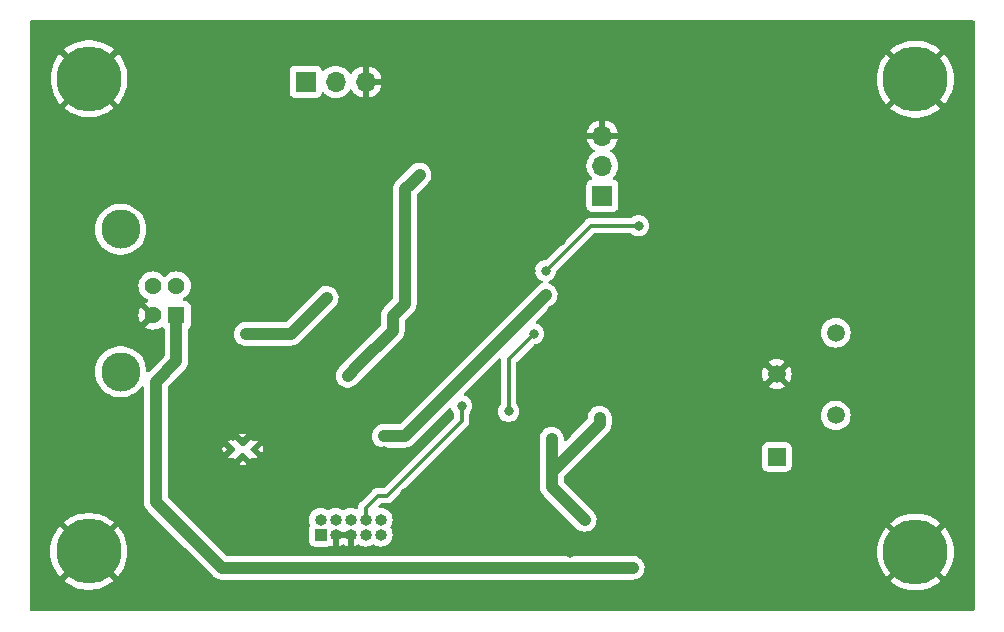
<source format=gbr>
%TF.GenerationSoftware,KiCad,Pcbnew,7.0.6-0*%
%TF.CreationDate,2023-10-10T09:43:15+11:00*%
%TF.ProjectId,CAN-Scope,43414e2d-5363-46f7-9065-2e6b69636164,rev?*%
%TF.SameCoordinates,Original*%
%TF.FileFunction,Copper,L2,Bot*%
%TF.FilePolarity,Positive*%
%FSLAX46Y46*%
G04 Gerber Fmt 4.6, Leading zero omitted, Abs format (unit mm)*
G04 Created by KiCad (PCBNEW 7.0.6-0) date 2023-10-10 09:43:15*
%MOMM*%
%LPD*%
G01*
G04 APERTURE LIST*
%TA.AperFunction,ComponentPad*%
%ADD10R,1.700000X1.700000*%
%TD*%
%TA.AperFunction,ComponentPad*%
%ADD11O,1.700000X1.700000*%
%TD*%
%TA.AperFunction,ComponentPad*%
%ADD12C,1.508000*%
%TD*%
%TA.AperFunction,ComponentPad*%
%ADD13R,1.508000X1.508000*%
%TD*%
%TA.AperFunction,ComponentPad*%
%ADD14R,1.428000X1.428000*%
%TD*%
%TA.AperFunction,ComponentPad*%
%ADD15C,1.428000*%
%TD*%
%TA.AperFunction,ComponentPad*%
%ADD16C,3.316000*%
%TD*%
%TA.AperFunction,ComponentPad*%
%ADD17C,0.500000*%
%TD*%
%TA.AperFunction,ComponentPad*%
%ADD18R,1.000000X1.000000*%
%TD*%
%TA.AperFunction,ComponentPad*%
%ADD19O,1.000000X1.000000*%
%TD*%
%TA.AperFunction,ConnectorPad*%
%ADD20C,5.500000*%
%TD*%
%TA.AperFunction,ComponentPad*%
%ADD21C,3.600000*%
%TD*%
%TA.AperFunction,ViaPad*%
%ADD22C,0.800000*%
%TD*%
%TA.AperFunction,Conductor*%
%ADD23C,1.000000*%
%TD*%
%TA.AperFunction,Conductor*%
%ADD24C,0.300000*%
%TD*%
G04 APERTURE END LIST*
D10*
%TO.P,J5,1,Pin_1*%
%TO.N,Net-(J5-Pin_1)*%
X193294000Y-51562000D03*
D11*
%TO.P,J5,2,Pin_2*%
%TO.N,Net-(J5-Pin_2)*%
X195834000Y-51562000D03*
%TO.P,J5,3,Pin_3*%
%TO.N,GND*%
X198374000Y-51562000D03*
%TD*%
D12*
%TO.P,J4,4,4*%
%TO.N,unconnected-(J4-Pad4)*%
X238172000Y-72812000D03*
%TO.P,J4,3,3*%
%TO.N,GND*%
X233172000Y-76312000D03*
%TO.P,J4,2,2*%
%TO.N,Net-(U4-CANL)*%
X238172000Y-79812000D03*
D13*
%TO.P,J4,1,1*%
%TO.N,Net-(U4-CANH)*%
X233172000Y-83312000D03*
%TD*%
D14*
%TO.P,J1,1,VBUS*%
%TO.N,+5V*%
X182340000Y-71334000D03*
D15*
%TO.P,J1,2,D-*%
%TO.N,USB_CONN_D-*%
X182340000Y-68834000D03*
%TO.P,J1,3,D+*%
%TO.N,USB_CONN_D+*%
X180340000Y-68834000D03*
%TO.P,J1,4,GND*%
%TO.N,GND*%
X180340000Y-71334000D03*
D16*
%TO.P,J1,5,Shield*%
%TO.N,unconnected-(J1-Shield-Pad5)*%
X177630000Y-64064000D03*
X177630000Y-76104000D03*
%TD*%
D17*
%TO.P,U3,11,PGND*%
%TO.N,GND*%
X188902000Y-82680000D03*
X187952000Y-82105000D03*
X187002000Y-82680000D03*
X187952000Y-83255000D03*
%TD*%
D18*
%TO.P,J3,1,VTref*%
%TO.N,+3.3V*%
X194564000Y-89916000D03*
D19*
%TO.P,J3,2,SWDIO/TMS*%
%TO.N,/TMS{slash}SWDAT_PA13*%
X194564000Y-88646000D03*
%TO.P,J3,3,GND*%
%TO.N,GND*%
X195834000Y-89916000D03*
%TO.P,J3,4,SWDCLK/TCK*%
%TO.N,/TCK{slash}SWCLK_PA14*%
X195834000Y-88646000D03*
%TO.P,J3,5,GND*%
%TO.N,GND*%
X197104000Y-89916000D03*
%TO.P,J3,6,SWO/TDO*%
%TO.N,/TDO{slash}SWO_PB3*%
X197104000Y-88646000D03*
%TO.P,J3,7,KEY*%
%TO.N,unconnected-(J3-KEY-Pad7)*%
X198374000Y-89916000D03*
%TO.P,J3,8,NC/TDI*%
%TO.N,/TDI_PA15*%
X198374000Y-88646000D03*
%TO.P,J3,9,GNDDetect*%
%TO.N,Net-(J3-GNDDetect)*%
X199644000Y-89916000D03*
%TO.P,J3,10,~{RESET}*%
%TO.N,/TRST_PB4*%
X199644000Y-88646000D03*
%TD*%
D11*
%TO.P,J2,3,Pin_3*%
%TO.N,GND*%
X218415000Y-56134000D03*
%TO.P,J2,2,Pin_2*%
%TO.N,/USART2_RX*%
X218415000Y-58674000D03*
D10*
%TO.P,J2,1,Pin_1*%
%TO.N,/USART2_TX*%
X218415000Y-61214000D03*
%TD*%
D20*
%TO.P,H4,1,1*%
%TO.N,GND*%
X174920000Y-91330000D03*
D21*
X174920000Y-91330000D03*
%TD*%
D20*
%TO.P,H3,1,1*%
%TO.N,GND*%
X174950000Y-51300000D03*
D21*
X174950000Y-51300000D03*
%TD*%
D20*
%TO.P,H2,1,1*%
%TO.N,GND*%
X244910000Y-51350000D03*
D21*
X244910000Y-51350000D03*
%TD*%
D20*
%TO.P,H1,1,1*%
%TO.N,GND*%
X244920000Y-91370000D03*
D21*
X244920000Y-91370000D03*
%TD*%
D22*
%TO.N,GND*%
X206756000Y-85598000D03*
X212090000Y-83820000D03*
X212598000Y-85598000D03*
X215646000Y-91440000D03*
X194564000Y-53594000D03*
X197612000Y-78232000D03*
X196596000Y-74168000D03*
X195580000Y-75184000D03*
X193040000Y-69850000D03*
X202184000Y-57658000D03*
X204724000Y-59944000D03*
X208788000Y-62738000D03*
X209550000Y-59436000D03*
%TO.N,+3.3V*%
X202932000Y-59422000D03*
X202170000Y-60184000D03*
X197739000Y-75565000D03*
X196850000Y-76454000D03*
%TO.N,GND*%
X200152000Y-69342000D03*
X202184000Y-71882000D03*
%TO.N,+5V*%
X188214000Y-72898000D03*
X189738000Y-72898000D03*
X195072000Y-69850000D03*
%TO.N,GND*%
X195072000Y-86614000D03*
X185166000Y-71628000D03*
X188214000Y-67310000D03*
X201676000Y-73914000D03*
%TO.N,+3.3V*%
X218186000Y-80010000D03*
X214122000Y-81788000D03*
X215900000Y-87630000D03*
X216916000Y-88646000D03*
%TO.N,GND*%
X218186000Y-85090000D03*
X218186000Y-87122000D03*
%TO.N,+5V*%
X220980000Y-92710000D03*
%TO.N,GND*%
X218186000Y-83820000D03*
X198120000Y-86360000D03*
X201676000Y-86360000D03*
X212598000Y-74422000D03*
X213868000Y-73152000D03*
%TO.N,NRST*%
X212598000Y-72898000D03*
X210470500Y-79461239D03*
%TO.N,GND*%
X201168000Y-80010000D03*
X199898000Y-80010000D03*
X199898000Y-82804000D03*
%TO.N,/TDI_PA15*%
X206502000Y-78994000D03*
%TO.N,GND*%
X208280000Y-78994000D03*
X207010000Y-67564000D03*
X214122000Y-70866000D03*
X212344000Y-67564000D03*
X216154000Y-66548000D03*
X214884000Y-65024000D03*
X214884000Y-63500000D03*
%TO.N,NRST*%
X221488000Y-63754000D03*
X213614000Y-67564000D03*
%TO.N,GND*%
X220980000Y-71374000D03*
X218186000Y-70358000D03*
%TO.N,VDDA*%
X213614000Y-69596000D03*
X201168000Y-81534000D03*
X199898000Y-81534000D03*
%TO.N,GND*%
X188214000Y-85598000D03*
%TD*%
D23*
%TO.N,+3.3V*%
X202170000Y-60184000D02*
X202932000Y-59422000D01*
X201676000Y-70358000D02*
X201676000Y-60678000D01*
X197739000Y-75565000D02*
X200660000Y-72644000D01*
X200660000Y-72644000D02*
X200660000Y-71374000D01*
X201676000Y-60678000D02*
X202170000Y-60184000D01*
X200660000Y-71374000D02*
X201676000Y-70358000D01*
X196850000Y-76454000D02*
X197739000Y-75565000D01*
%TO.N,+5V*%
X189738000Y-72898000D02*
X188214000Y-72898000D01*
X192024000Y-72898000D02*
X189738000Y-72898000D01*
X192278000Y-72644000D02*
X192024000Y-72898000D01*
X192278000Y-72644000D02*
X195072000Y-69850000D01*
X182340000Y-75216000D02*
X180594000Y-76962000D01*
X183896000Y-90424000D02*
X186182000Y-92710000D01*
X180594000Y-87122000D02*
X183896000Y-90424000D01*
X186182000Y-92710000D02*
X204470000Y-92710000D01*
X182340000Y-71334000D02*
X182340000Y-75216000D01*
X180594000Y-76962000D02*
X180594000Y-87122000D01*
X204470000Y-92710000D02*
X220980000Y-92710000D01*
%TO.N,+3.3V*%
X214122000Y-84836000D02*
X214122000Y-83058000D01*
X214122000Y-85852000D02*
X214122000Y-84836000D01*
X214122000Y-84582000D02*
X216408000Y-82296000D01*
X216408000Y-82296000D02*
X218186000Y-80518000D01*
X218186000Y-80518000D02*
X218186000Y-80010000D01*
X214122000Y-84836000D02*
X214122000Y-84582000D01*
X214122000Y-83058000D02*
X214122000Y-81788000D01*
X216916000Y-88646000D02*
X214122000Y-85852000D01*
D24*
%TO.N,/TDI_PA15*%
X198374000Y-87630000D02*
X199390000Y-86614000D01*
X198374000Y-88646000D02*
X198374000Y-87630000D01*
X199390000Y-86614000D02*
X200152000Y-86614000D01*
%TO.N,NRST*%
X210470500Y-79461239D02*
X210470500Y-75025500D01*
X210470500Y-75025500D02*
X212598000Y-72898000D01*
%TO.N,/TDI_PA15*%
X206502000Y-80264000D02*
X200152000Y-86614000D01*
X206502000Y-78994000D02*
X206502000Y-80264000D01*
%TO.N,NRST*%
X217424000Y-63754000D02*
X221488000Y-63754000D01*
X213614000Y-67564000D02*
X217424000Y-63754000D01*
D23*
%TO.N,VDDA*%
X213614000Y-69596000D02*
X201676000Y-81534000D01*
X201676000Y-81534000D02*
X199898000Y-81534000D01*
%TD*%
%TA.AperFunction,Conductor*%
%TO.N,GND*%
G36*
X249878539Y-46394185D02*
G01*
X249924294Y-46446989D01*
X249935500Y-46498500D01*
X249935500Y-96249500D01*
X249915815Y-96316539D01*
X249863011Y-96362294D01*
X249811500Y-96373500D01*
X170060500Y-96373500D01*
X169993461Y-96353815D01*
X169947706Y-96301011D01*
X169936500Y-96249500D01*
X169936500Y-91330002D01*
X171665227Y-91330002D01*
X171684306Y-91681900D01*
X171684308Y-91681917D01*
X171741319Y-92029667D01*
X171741325Y-92029693D01*
X171835600Y-92369243D01*
X171835602Y-92369250D01*
X171966043Y-92696634D01*
X171966052Y-92696652D01*
X172131124Y-93008011D01*
X172328896Y-93299702D01*
X172451914Y-93444532D01*
X173622266Y-92274180D01*
X173785130Y-92464870D01*
X173975819Y-92627733D01*
X172802625Y-93800926D01*
X172802625Y-93800928D01*
X172812900Y-93810660D01*
X173093460Y-94023938D01*
X173093464Y-94023941D01*
X173395445Y-94205635D01*
X173715273Y-94353603D01*
X174049256Y-94466136D01*
X174393437Y-94541896D01*
X174743788Y-94579999D01*
X174743795Y-94580000D01*
X175096205Y-94580000D01*
X175096211Y-94579999D01*
X175446562Y-94541896D01*
X175790743Y-94466136D01*
X176124726Y-94353603D01*
X176444554Y-94205635D01*
X176746535Y-94023941D01*
X176746539Y-94023938D01*
X177027093Y-93810665D01*
X177027105Y-93810654D01*
X177037373Y-93800927D01*
X177037373Y-93800926D01*
X175864180Y-92627733D01*
X176054870Y-92464870D01*
X176217733Y-92274180D01*
X177388084Y-93444532D01*
X177388085Y-93444531D01*
X177511102Y-93299704D01*
X177708875Y-93008011D01*
X177873947Y-92696652D01*
X177873956Y-92696634D01*
X178004397Y-92369250D01*
X178004399Y-92369243D01*
X178098674Y-92029693D01*
X178098680Y-92029667D01*
X178155691Y-91681917D01*
X178155693Y-91681900D01*
X178174773Y-91330002D01*
X178174773Y-91329997D01*
X178155693Y-90978099D01*
X178155691Y-90978082D01*
X178098680Y-90630332D01*
X178098674Y-90630306D01*
X178004399Y-90290756D01*
X178004397Y-90290749D01*
X177873956Y-89963365D01*
X177873947Y-89963347D01*
X177708875Y-89651988D01*
X177511099Y-89360291D01*
X177388085Y-89215467D01*
X177388084Y-89215466D01*
X176217732Y-90385818D01*
X176054870Y-90195130D01*
X175864179Y-90032265D01*
X177037374Y-88859072D01*
X177027099Y-88849340D01*
X177027087Y-88849330D01*
X176746539Y-88636061D01*
X176746535Y-88636058D01*
X176444554Y-88454364D01*
X176124726Y-88306396D01*
X175790743Y-88193863D01*
X175446562Y-88118103D01*
X175096211Y-88080000D01*
X174743788Y-88080000D01*
X174393437Y-88118103D01*
X174049256Y-88193863D01*
X173715273Y-88306396D01*
X173395445Y-88454364D01*
X173093464Y-88636058D01*
X173093460Y-88636061D01*
X172812906Y-88849334D01*
X172802625Y-88859071D01*
X172802625Y-88859073D01*
X173975819Y-90032266D01*
X173785130Y-90195130D01*
X173622267Y-90385818D01*
X172451914Y-89215466D01*
X172451913Y-89215466D01*
X172328896Y-89360296D01*
X172131124Y-89651988D01*
X171966052Y-89963347D01*
X171966043Y-89963365D01*
X171835602Y-90290749D01*
X171835600Y-90290756D01*
X171741325Y-90630306D01*
X171741319Y-90630332D01*
X171684308Y-90978082D01*
X171684306Y-90978099D01*
X171665227Y-91329997D01*
X171665227Y-91330002D01*
X169936500Y-91330002D01*
X169936500Y-76103999D01*
X175466456Y-76103999D01*
X175486606Y-76398603D01*
X175486607Y-76398605D01*
X175546682Y-76687705D01*
X175546687Y-76687722D01*
X175645572Y-76965956D01*
X175781426Y-77228144D01*
X175781430Y-77228150D01*
X175951708Y-77469380D01*
X175951712Y-77469384D01*
X175951714Y-77469387D01*
X176046418Y-77570790D01*
X176153266Y-77685196D01*
X176153272Y-77685201D01*
X176382320Y-77871545D01*
X176382324Y-77871548D01*
X176382326Y-77871549D01*
X176382327Y-77871550D01*
X176634629Y-78024979D01*
X176634631Y-78024980D01*
X176634633Y-78024981D01*
X176658137Y-78035190D01*
X176905473Y-78142623D01*
X177189814Y-78222292D01*
X177482352Y-78262499D01*
X177482353Y-78262500D01*
X177482355Y-78262500D01*
X177777647Y-78262500D01*
X177777647Y-78262499D01*
X178070186Y-78222292D01*
X178354527Y-78142623D01*
X178625371Y-78024979D01*
X178877673Y-77871550D01*
X179106734Y-77685196D01*
X179308286Y-77469387D01*
X179368196Y-77384512D01*
X179422937Y-77341096D01*
X179492462Y-77334167D01*
X179554697Y-77365925D01*
X179589882Y-77426289D01*
X179593500Y-77456022D01*
X179593500Y-87109283D01*
X179591243Y-87198362D01*
X179591243Y-87198370D01*
X179602064Y-87258739D01*
X179602718Y-87263404D01*
X179608925Y-87324430D01*
X179608927Y-87324444D01*
X179619208Y-87357213D01*
X179621079Y-87364837D01*
X179627142Y-87398652D01*
X179627142Y-87398655D01*
X179649894Y-87455612D01*
X179651474Y-87460051D01*
X179669841Y-87518588D01*
X179669844Y-87518595D01*
X179686509Y-87548619D01*
X179689879Y-87555714D01*
X179702622Y-87587614D01*
X179702627Y-87587624D01*
X179736377Y-87638833D01*
X179738818Y-87642863D01*
X179768588Y-87696498D01*
X179768589Y-87696499D01*
X179768591Y-87696502D01*
X179790968Y-87722567D01*
X179795693Y-87728835D01*
X179808263Y-87747906D01*
X179814598Y-87757519D01*
X179857978Y-87800899D01*
X179861169Y-87804343D01*
X179901131Y-87850892D01*
X179901130Y-87850892D01*
X179928299Y-87871923D01*
X179934186Y-87877107D01*
X183114255Y-91057175D01*
X183114276Y-91057198D01*
X184913476Y-92856396D01*
X185465548Y-93408468D01*
X185526941Y-93473053D01*
X185526944Y-93473055D01*
X185526947Y-93473058D01*
X185561053Y-93496795D01*
X185577303Y-93508106D01*
X185581044Y-93510926D01*
X185628593Y-93549698D01*
X185659045Y-93565604D01*
X185665756Y-93569671D01*
X185693951Y-93589295D01*
X185750332Y-93613490D01*
X185754567Y-93615501D01*
X185808951Y-93643909D01*
X185841973Y-93653356D01*
X185849365Y-93655989D01*
X185880940Y-93669539D01*
X185880941Y-93669540D01*
X185894054Y-93672234D01*
X185941055Y-93681892D01*
X185945595Y-93683006D01*
X186004582Y-93699886D01*
X186038841Y-93702494D01*
X186046609Y-93703585D01*
X186080255Y-93710500D01*
X186080259Y-93710500D01*
X186141601Y-93710500D01*
X186146308Y-93710678D01*
X186182651Y-93713446D01*
X186207475Y-93715337D01*
X186207475Y-93715336D01*
X186207476Y-93715337D01*
X186241559Y-93710996D01*
X186249389Y-93710500D01*
X221030743Y-93710500D01*
X221182439Y-93695074D01*
X221376579Y-93634162D01*
X221376580Y-93634161D01*
X221376588Y-93634159D01*
X221554502Y-93535409D01*
X221708895Y-93402866D01*
X221833448Y-93241958D01*
X221923060Y-93059271D01*
X221974063Y-92862285D01*
X221984369Y-92659064D01*
X221953556Y-92457929D01*
X221900016Y-92313365D01*
X221882888Y-92267118D01*
X221882887Y-92267117D01*
X221882886Y-92267113D01*
X221775252Y-92094429D01*
X221635059Y-91946947D01*
X221518696Y-91865956D01*
X221468050Y-91830705D01*
X221281056Y-91750459D01*
X221081741Y-91709500D01*
X204571741Y-91709500D01*
X186647783Y-91709500D01*
X186580744Y-91689815D01*
X186560102Y-91673181D01*
X186256923Y-91370002D01*
X241665227Y-91370002D01*
X241684306Y-91721900D01*
X241684308Y-91721917D01*
X241741319Y-92069667D01*
X241741325Y-92069693D01*
X241835600Y-92409243D01*
X241835602Y-92409250D01*
X241966043Y-92736634D01*
X241966052Y-92736652D01*
X242131124Y-93048011D01*
X242328896Y-93339702D01*
X242451914Y-93484532D01*
X243622266Y-92314180D01*
X243785130Y-92504870D01*
X243975819Y-92667733D01*
X242802625Y-93840926D01*
X242802625Y-93840928D01*
X242812900Y-93850660D01*
X243093460Y-94063938D01*
X243093464Y-94063941D01*
X243395445Y-94245635D01*
X243715273Y-94393603D01*
X244049256Y-94506136D01*
X244393437Y-94581896D01*
X244743788Y-94619999D01*
X244743795Y-94620000D01*
X245096205Y-94620000D01*
X245096211Y-94619999D01*
X245446562Y-94581896D01*
X245790743Y-94506136D01*
X246124726Y-94393603D01*
X246444554Y-94245635D01*
X246746535Y-94063941D01*
X246746539Y-94063938D01*
X247027093Y-93850665D01*
X247027105Y-93850654D01*
X247037373Y-93840927D01*
X247037373Y-93840926D01*
X245864180Y-92667733D01*
X246054870Y-92504870D01*
X246217733Y-92314180D01*
X247388084Y-93484532D01*
X247388085Y-93484531D01*
X247511102Y-93339704D01*
X247708875Y-93048011D01*
X247873947Y-92736652D01*
X247873956Y-92736634D01*
X248004397Y-92409250D01*
X248004399Y-92409243D01*
X248098674Y-92069693D01*
X248098680Y-92069667D01*
X248155691Y-91721917D01*
X248155693Y-91721900D01*
X248174773Y-91370002D01*
X248174773Y-91369997D01*
X248155693Y-91018099D01*
X248155691Y-91018082D01*
X248098680Y-90670332D01*
X248098674Y-90670306D01*
X248004399Y-90330756D01*
X248004397Y-90330749D01*
X247873956Y-90003365D01*
X247873947Y-90003347D01*
X247708875Y-89691988D01*
X247511099Y-89400291D01*
X247388085Y-89255467D01*
X247388084Y-89255466D01*
X246217732Y-90425818D01*
X246054870Y-90235130D01*
X245864180Y-90072266D01*
X247037374Y-88899073D01*
X247037373Y-88899072D01*
X247027099Y-88889340D01*
X247027087Y-88889330D01*
X246746539Y-88676061D01*
X246746535Y-88676058D01*
X246444554Y-88494364D01*
X246124726Y-88346396D01*
X245790743Y-88233863D01*
X245446562Y-88158103D01*
X245096211Y-88120000D01*
X244743788Y-88120000D01*
X244393437Y-88158103D01*
X244049256Y-88233863D01*
X243715273Y-88346396D01*
X243395445Y-88494364D01*
X243093464Y-88676058D01*
X243093460Y-88676061D01*
X242812906Y-88889334D01*
X242802625Y-88899071D01*
X242802625Y-88899073D01*
X243975819Y-90072266D01*
X243785130Y-90235130D01*
X243622266Y-90425818D01*
X242451914Y-89255466D01*
X242451913Y-89255466D01*
X242328896Y-89400296D01*
X242131124Y-89691988D01*
X241966052Y-90003347D01*
X241966043Y-90003365D01*
X241835602Y-90330749D01*
X241835600Y-90330756D01*
X241741325Y-90670306D01*
X241741319Y-90670332D01*
X241684308Y-91018082D01*
X241684306Y-91018099D01*
X241665227Y-91369997D01*
X241665227Y-91370002D01*
X186256923Y-91370002D01*
X184682472Y-89795552D01*
X184682470Y-89795549D01*
X183532921Y-88646000D01*
X193558659Y-88646000D01*
X193577975Y-88842129D01*
X193583114Y-88859071D01*
X193592296Y-88889340D01*
X193635187Y-89030729D01*
X193636321Y-89032850D01*
X193636580Y-89034094D01*
X193637518Y-89036359D01*
X193637088Y-89036536D01*
X193650564Y-89101253D01*
X193626233Y-89165614D01*
X193620205Y-89173666D01*
X193620202Y-89173671D01*
X193569908Y-89308517D01*
X193563501Y-89368116D01*
X193563500Y-89368135D01*
X193563500Y-90463870D01*
X193563501Y-90463876D01*
X193569908Y-90523483D01*
X193620202Y-90658328D01*
X193620206Y-90658335D01*
X193706452Y-90773544D01*
X193706455Y-90773547D01*
X193821664Y-90859793D01*
X193821671Y-90859797D01*
X193956517Y-90910091D01*
X193956516Y-90910091D01*
X193963444Y-90910835D01*
X194016127Y-90916500D01*
X195111872Y-90916499D01*
X195171483Y-90910091D01*
X195193112Y-90902024D01*
X195306329Y-90859797D01*
X195306329Y-90859796D01*
X195306331Y-90859796D01*
X195314822Y-90853439D01*
X195380284Y-90829021D01*
X195443628Y-90842502D01*
X195443830Y-90842016D01*
X195446461Y-90843105D01*
X195447585Y-90843345D01*
X195449462Y-90844348D01*
X195584000Y-90885159D01*
X195584000Y-90123672D01*
X195621871Y-90168805D01*
X195721129Y-90226112D01*
X195805564Y-90241000D01*
X195862436Y-90241000D01*
X195946871Y-90226112D01*
X196046129Y-90168805D01*
X196048483Y-90166000D01*
X196084000Y-90166000D01*
X196084000Y-90885159D01*
X196218534Y-90844349D01*
X196392259Y-90751492D01*
X196397320Y-90748111D01*
X196398358Y-90749665D01*
X196454639Y-90725759D01*
X196523507Y-90737547D01*
X196540459Y-90748441D01*
X196540680Y-90748111D01*
X196545740Y-90751492D01*
X196719465Y-90844349D01*
X196854000Y-90885159D01*
X196854000Y-90166000D01*
X196084000Y-90166000D01*
X196048483Y-90166000D01*
X196119801Y-90081007D01*
X196159000Y-89973306D01*
X196159000Y-89858694D01*
X196119801Y-89750993D01*
X196048483Y-89666000D01*
X196889517Y-89666000D01*
X196818199Y-89750993D01*
X196779000Y-89858694D01*
X196779000Y-89973306D01*
X196818199Y-90081007D01*
X196891871Y-90168805D01*
X196991129Y-90226112D01*
X197075564Y-90241000D01*
X197132436Y-90241000D01*
X197216871Y-90226112D01*
X197316129Y-90168805D01*
X197354000Y-90123672D01*
X197354000Y-90885159D01*
X197488534Y-90844349D01*
X197662259Y-90751492D01*
X197667320Y-90748111D01*
X197668444Y-90749793D01*
X197724203Y-90726086D01*
X197793075Y-90737851D01*
X197810186Y-90748843D01*
X197810399Y-90748526D01*
X197815457Y-90751906D01*
X197815462Y-90751910D01*
X197953594Y-90825743D01*
X197986524Y-90843345D01*
X197989273Y-90844814D01*
X198177868Y-90902024D01*
X198374000Y-90921341D01*
X198570132Y-90902024D01*
X198758727Y-90844814D01*
X198932538Y-90751910D01*
X198932544Y-90751904D01*
X198937607Y-90748523D01*
X198938703Y-90750164D01*
X198994639Y-90726405D01*
X199063507Y-90738194D01*
X199080148Y-90748888D01*
X199080393Y-90748523D01*
X199085458Y-90751907D01*
X199085462Y-90751910D01*
X199229726Y-90829021D01*
X199256524Y-90843345D01*
X199259273Y-90844814D01*
X199447868Y-90902024D01*
X199644000Y-90921341D01*
X199840132Y-90902024D01*
X200028727Y-90844814D01*
X200031476Y-90843345D01*
X200162060Y-90773546D01*
X200202538Y-90751910D01*
X200354883Y-90626883D01*
X200479910Y-90474538D01*
X200572814Y-90300727D01*
X200630024Y-90112132D01*
X200649341Y-89916000D01*
X200630024Y-89719868D01*
X200572814Y-89531273D01*
X200572811Y-89531269D01*
X200572811Y-89531266D01*
X200479913Y-89357467D01*
X200476527Y-89352399D01*
X200478164Y-89351305D01*
X200454403Y-89295341D01*
X200466202Y-89226475D01*
X200476889Y-89209851D01*
X200476523Y-89209607D01*
X200479904Y-89204544D01*
X200479910Y-89204538D01*
X200572814Y-89030727D01*
X200630024Y-88842132D01*
X200649341Y-88646000D01*
X200630024Y-88449868D01*
X200572814Y-88261273D01*
X200572811Y-88261269D01*
X200572811Y-88261266D01*
X200479913Y-88087467D01*
X200479909Y-88087460D01*
X200354883Y-87935116D01*
X200202539Y-87810090D01*
X200202532Y-87810086D01*
X200028733Y-87717188D01*
X200028727Y-87717186D01*
X199840132Y-87659976D01*
X199840129Y-87659975D01*
X199644000Y-87640659D01*
X199588765Y-87646099D01*
X199520119Y-87633080D01*
X199469409Y-87585015D01*
X199452734Y-87517164D01*
X199475390Y-87451069D01*
X199488921Y-87435024D01*
X199623129Y-87300816D01*
X199684450Y-87267334D01*
X199710808Y-87264500D01*
X200066495Y-87264500D01*
X200082505Y-87266267D01*
X200082528Y-87266026D01*
X200090289Y-87266758D01*
X200090296Y-87266760D01*
X200162203Y-87264500D01*
X200192925Y-87264500D01*
X200200190Y-87263581D01*
X200206016Y-87263122D01*
X200254569Y-87261597D01*
X200274956Y-87255673D01*
X200293996Y-87251731D01*
X200315058Y-87249071D01*
X200360235Y-87231183D01*
X200365735Y-87229300D01*
X200412398Y-87215744D01*
X200430665Y-87204939D01*
X200448136Y-87196380D01*
X200467871Y-87188568D01*
X200507177Y-87160010D01*
X200512043Y-87156813D01*
X200553865Y-87132081D01*
X200568870Y-87117075D01*
X200583668Y-87104436D01*
X200600837Y-87091963D01*
X200631809Y-87054522D01*
X200635723Y-87050221D01*
X203078470Y-84607474D01*
X213116662Y-84607474D01*
X213118707Y-84623527D01*
X213121003Y-84641560D01*
X213121500Y-84649388D01*
X213121500Y-85839283D01*
X213119243Y-85928362D01*
X213119243Y-85928370D01*
X213130064Y-85988739D01*
X213130718Y-85993404D01*
X213136925Y-86054430D01*
X213136927Y-86054444D01*
X213147208Y-86087213D01*
X213149079Y-86094837D01*
X213155142Y-86128652D01*
X213155142Y-86128655D01*
X213177894Y-86185612D01*
X213179474Y-86190051D01*
X213197841Y-86248588D01*
X213197844Y-86248595D01*
X213214509Y-86278619D01*
X213217879Y-86285714D01*
X213230622Y-86317614D01*
X213230627Y-86317624D01*
X213264377Y-86368833D01*
X213266818Y-86372863D01*
X213296588Y-86426498D01*
X213296589Y-86426499D01*
X213296591Y-86426502D01*
X213318968Y-86452567D01*
X213323693Y-86458835D01*
X213336263Y-86477906D01*
X213342598Y-86487519D01*
X213385978Y-86530899D01*
X213389169Y-86534343D01*
X213429131Y-86580892D01*
X213429134Y-86580895D01*
X213456294Y-86601918D01*
X213462190Y-86607110D01*
X216244420Y-89389341D01*
X216362593Y-89485698D01*
X216542951Y-89579909D01*
X216738582Y-89635887D01*
X216806213Y-89641037D01*
X216941475Y-89651337D01*
X216941477Y-89651337D01*
X216941478Y-89651337D01*
X217143321Y-89625631D01*
X217143321Y-89625630D01*
X217143328Y-89625630D01*
X217335872Y-89559816D01*
X217511227Y-89456591D01*
X217662214Y-89320179D01*
X217769797Y-89173669D01*
X217782647Y-89156170D01*
X217782647Y-89156169D01*
X217782649Y-89156167D01*
X217867605Y-88971269D01*
X217913603Y-88773054D01*
X217918757Y-88569637D01*
X217882858Y-88369348D01*
X217807378Y-88180383D01*
X217741219Y-88080000D01*
X217695402Y-88010481D01*
X215158819Y-85473898D01*
X215125334Y-85412575D01*
X215122500Y-85386217D01*
X215122500Y-85047781D01*
X215142185Y-84980742D01*
X215158814Y-84960105D01*
X216005049Y-84113870D01*
X231917500Y-84113870D01*
X231917501Y-84113876D01*
X231923908Y-84173483D01*
X231974202Y-84308328D01*
X231974206Y-84308335D01*
X232060452Y-84423544D01*
X232060455Y-84423547D01*
X232175664Y-84509793D01*
X232175671Y-84509797D01*
X232310517Y-84560091D01*
X232310516Y-84560091D01*
X232317444Y-84560835D01*
X232370127Y-84566500D01*
X233973872Y-84566499D01*
X234033483Y-84560091D01*
X234168331Y-84509796D01*
X234283546Y-84423546D01*
X234369796Y-84308331D01*
X234420091Y-84173483D01*
X234426500Y-84113873D01*
X234426499Y-82510128D01*
X234421299Y-82461757D01*
X234420091Y-82450516D01*
X234369797Y-82315671D01*
X234369793Y-82315664D01*
X234283547Y-82200455D01*
X234283544Y-82200452D01*
X234168335Y-82114206D01*
X234168328Y-82114202D01*
X234033482Y-82063908D01*
X234033483Y-82063908D01*
X233973883Y-82057501D01*
X233973881Y-82057500D01*
X233973873Y-82057500D01*
X233973864Y-82057500D01*
X232370129Y-82057500D01*
X232370123Y-82057501D01*
X232310516Y-82063908D01*
X232175671Y-82114202D01*
X232175664Y-82114206D01*
X232060455Y-82200452D01*
X232060452Y-82200455D01*
X231974206Y-82315664D01*
X231974202Y-82315671D01*
X231923908Y-82450517D01*
X231917845Y-82506917D01*
X231917501Y-82510123D01*
X231917500Y-82510135D01*
X231917500Y-84113870D01*
X216005049Y-84113870D01*
X217033309Y-83085609D01*
X217033314Y-83085606D01*
X217043517Y-83075402D01*
X217043519Y-83075402D01*
X218884487Y-81234433D01*
X218949053Y-81173059D01*
X218984112Y-81122686D01*
X218986925Y-81118957D01*
X219025698Y-81071407D01*
X219041607Y-81040948D01*
X219045667Y-81034248D01*
X219065295Y-81006049D01*
X219089492Y-80949660D01*
X219091498Y-80945435D01*
X219119909Y-80891049D01*
X219129360Y-80858015D01*
X219131991Y-80850628D01*
X219134432Y-80844940D01*
X219145540Y-80819058D01*
X219157893Y-80758940D01*
X219159006Y-80754412D01*
X219175887Y-80695418D01*
X219178495Y-80661155D01*
X219179587Y-80653376D01*
X219180406Y-80649394D01*
X219186500Y-80619741D01*
X219186500Y-80558401D01*
X219186679Y-80553692D01*
X219191337Y-80492525D01*
X219186997Y-80458441D01*
X219186500Y-80450602D01*
X219186500Y-79959256D01*
X219171526Y-79812002D01*
X236912708Y-79812002D01*
X236930050Y-80010231D01*
X236931839Y-80030674D01*
X236988653Y-80242703D01*
X236988654Y-80242706D01*
X236988655Y-80242708D01*
X237081419Y-80441642D01*
X237081423Y-80441650D01*
X237207322Y-80621452D01*
X237207327Y-80621458D01*
X237362541Y-80776672D01*
X237362547Y-80776677D01*
X237542349Y-80902576D01*
X237542351Y-80902577D01*
X237542354Y-80902579D01*
X237741297Y-80995347D01*
X237953326Y-81052161D01*
X238109521Y-81065826D01*
X238171998Y-81071292D01*
X238172000Y-81071292D01*
X238172002Y-81071292D01*
X238226668Y-81066509D01*
X238390674Y-81052161D01*
X238602703Y-80995347D01*
X238801646Y-80902579D01*
X238981457Y-80776674D01*
X239136674Y-80621457D01*
X239262579Y-80441646D01*
X239355347Y-80242703D01*
X239412161Y-80030674D01*
X239431292Y-79812000D01*
X239412161Y-79593326D01*
X239355347Y-79381297D01*
X239262579Y-79182354D01*
X239262577Y-79182351D01*
X239262576Y-79182349D01*
X239136677Y-79002547D01*
X239136672Y-79002541D01*
X238981458Y-78847327D01*
X238981452Y-78847322D01*
X238801650Y-78721423D01*
X238801642Y-78721419D01*
X238602708Y-78628655D01*
X238602706Y-78628654D01*
X238602703Y-78628653D01*
X238451885Y-78588240D01*
X238390675Y-78571839D01*
X238390668Y-78571838D01*
X238172002Y-78552708D01*
X238171998Y-78552708D01*
X237953331Y-78571838D01*
X237953324Y-78571839D01*
X237830902Y-78604642D01*
X237741297Y-78628653D01*
X237741295Y-78628653D01*
X237741291Y-78628655D01*
X237542357Y-78721419D01*
X237542349Y-78721423D01*
X237362547Y-78847322D01*
X237362541Y-78847327D01*
X237207327Y-79002541D01*
X237207322Y-79002547D01*
X237081423Y-79182349D01*
X237081419Y-79182357D01*
X236988655Y-79381291D01*
X236988653Y-79381295D01*
X236988653Y-79381297D01*
X236974130Y-79435498D01*
X236931839Y-79593324D01*
X236931838Y-79593331D01*
X236912708Y-79811997D01*
X236912708Y-79812002D01*
X219171526Y-79812002D01*
X219171074Y-79807560D01*
X219110162Y-79613420D01*
X219110160Y-79613416D01*
X219110159Y-79613412D01*
X219011409Y-79435498D01*
X219011408Y-79435497D01*
X219011407Y-79435495D01*
X218878867Y-79281106D01*
X218878865Y-79281104D01*
X218717962Y-79156554D01*
X218717959Y-79156553D01*
X218717958Y-79156552D01*
X218535271Y-79066940D01*
X218338285Y-79015937D01*
X218338287Y-79015937D01*
X218202804Y-79009066D01*
X218135064Y-79005631D01*
X218135063Y-79005631D01*
X218135061Y-79005631D01*
X217933936Y-79036442D01*
X217933924Y-79036445D01*
X217743118Y-79107111D01*
X217743111Y-79107115D01*
X217570432Y-79214745D01*
X217570427Y-79214749D01*
X217422949Y-79354938D01*
X217422948Y-79354940D01*
X217306705Y-79521949D01*
X217226459Y-79708943D01*
X217185500Y-79908258D01*
X217185500Y-80052216D01*
X217165815Y-80119255D01*
X217149181Y-80139897D01*
X215772483Y-81516596D01*
X215772481Y-81516598D01*
X215334181Y-81954897D01*
X215272858Y-81988382D01*
X215203166Y-81983398D01*
X215147233Y-81941526D01*
X215122816Y-81876062D01*
X215122500Y-81867216D01*
X215122500Y-81737256D01*
X215107074Y-81585560D01*
X215046162Y-81391420D01*
X215046160Y-81391416D01*
X215046159Y-81391412D01*
X214947409Y-81213498D01*
X214947408Y-81213497D01*
X214947407Y-81213495D01*
X214814867Y-81059106D01*
X214814865Y-81059104D01*
X214653962Y-80934554D01*
X214653959Y-80934553D01*
X214653958Y-80934552D01*
X214471271Y-80844940D01*
X214274285Y-80793937D01*
X214274287Y-80793937D01*
X214138804Y-80787066D01*
X214071064Y-80783631D01*
X214071063Y-80783631D01*
X214071061Y-80783631D01*
X213869936Y-80814442D01*
X213869924Y-80814445D01*
X213679118Y-80885111D01*
X213679111Y-80885115D01*
X213506432Y-80992745D01*
X213506427Y-80992749D01*
X213358949Y-81132938D01*
X213358948Y-81132940D01*
X213242705Y-81299949D01*
X213162459Y-81486943D01*
X213121500Y-81686258D01*
X213121500Y-84541597D01*
X213121321Y-84546306D01*
X213116662Y-84607474D01*
X203078470Y-84607474D01*
X206901513Y-80784431D01*
X206914079Y-80774365D01*
X206913925Y-80774178D01*
X206919937Y-80769204D01*
X206919937Y-80769203D01*
X206919940Y-80769202D01*
X206969190Y-80716755D01*
X206990911Y-80695035D01*
X206995401Y-80689245D01*
X206999183Y-80684815D01*
X207032448Y-80649393D01*
X207042674Y-80630790D01*
X207053353Y-80614533D01*
X207066362Y-80597764D01*
X207085663Y-80553159D01*
X207088207Y-80547965D01*
X207111627Y-80505368D01*
X207116906Y-80484807D01*
X207123208Y-80466398D01*
X207131635Y-80446926D01*
X207139232Y-80398956D01*
X207140417Y-80393235D01*
X207148504Y-80361739D01*
X207152500Y-80346177D01*
X207152500Y-80324949D01*
X207154027Y-80305549D01*
X207157346Y-80284595D01*
X207152775Y-80236238D01*
X207152500Y-80230400D01*
X207152500Y-79664921D01*
X207172185Y-79597882D01*
X207184351Y-79581948D01*
X207234533Y-79526216D01*
X207329179Y-79362284D01*
X207387674Y-79182256D01*
X207407460Y-78994000D01*
X207387674Y-78805744D01*
X207329179Y-78625716D01*
X207234533Y-78461784D01*
X207107871Y-78321112D01*
X207107870Y-78321111D01*
X206954734Y-78209851D01*
X206954729Y-78209848D01*
X206781807Y-78132857D01*
X206781805Y-78132856D01*
X206766241Y-78129548D01*
X206704760Y-78096354D01*
X206670984Y-78035190D01*
X206675638Y-77965476D01*
X206704341Y-77920579D01*
X209608319Y-75016600D01*
X209669642Y-74983116D01*
X209739334Y-74988100D01*
X209795267Y-75029972D01*
X209819684Y-75095436D01*
X209820000Y-75104282D01*
X209820000Y-78790317D01*
X209800315Y-78857356D01*
X209788150Y-78873289D01*
X209737966Y-78929024D01*
X209643321Y-79092954D01*
X209643318Y-79092961D01*
X209603747Y-79214749D01*
X209584826Y-79272983D01*
X209565040Y-79461239D01*
X209584826Y-79649495D01*
X209584827Y-79649498D01*
X209643318Y-79829516D01*
X209643321Y-79829523D01*
X209737967Y-79993455D01*
X209851238Y-80119255D01*
X209864629Y-80134127D01*
X210017765Y-80245387D01*
X210017770Y-80245390D01*
X210190692Y-80322381D01*
X210190697Y-80322383D01*
X210375854Y-80361739D01*
X210375855Y-80361739D01*
X210565144Y-80361739D01*
X210565146Y-80361739D01*
X210750303Y-80322383D01*
X210923230Y-80245390D01*
X211076371Y-80134127D01*
X211203033Y-79993455D01*
X211297679Y-79829523D01*
X211356174Y-79649495D01*
X211375960Y-79461239D01*
X211356174Y-79272983D01*
X211297679Y-79092955D01*
X211203033Y-78929023D01*
X211152850Y-78873289D01*
X211122620Y-78810297D01*
X211121000Y-78790317D01*
X211121000Y-76312000D01*
X231913210Y-76312000D01*
X231932333Y-76530582D01*
X231932335Y-76530592D01*
X231989121Y-76742524D01*
X231989124Y-76742533D01*
X232081855Y-76941393D01*
X232081856Y-76941395D01*
X232126002Y-77004442D01*
X232126002Y-77004443D01*
X232688922Y-76441523D01*
X232712507Y-76521844D01*
X232790239Y-76642798D01*
X232898900Y-76736952D01*
X233029685Y-76796680D01*
X233039466Y-76798086D01*
X232479555Y-77357996D01*
X232542604Y-77402143D01*
X232542606Y-77402144D01*
X232741466Y-77494875D01*
X232741475Y-77494878D01*
X232953407Y-77551664D01*
X232953417Y-77551666D01*
X233171999Y-77570790D01*
X233172001Y-77570790D01*
X233390582Y-77551666D01*
X233390592Y-77551664D01*
X233602524Y-77494878D01*
X233602533Y-77494874D01*
X233801392Y-77402145D01*
X233864443Y-77357996D01*
X233304534Y-76798086D01*
X233314315Y-76796680D01*
X233445100Y-76736952D01*
X233553761Y-76642798D01*
X233631493Y-76521844D01*
X233655076Y-76441523D01*
X234217996Y-77004443D01*
X234262145Y-76941392D01*
X234354874Y-76742533D01*
X234354878Y-76742524D01*
X234411664Y-76530592D01*
X234411666Y-76530582D01*
X234430790Y-76312000D01*
X234430790Y-76311999D01*
X234411666Y-76093417D01*
X234411664Y-76093407D01*
X234354878Y-75881475D01*
X234354875Y-75881466D01*
X234262144Y-75682606D01*
X234262143Y-75682604D01*
X234217996Y-75619556D01*
X234217996Y-75619555D01*
X233655076Y-76182475D01*
X233631493Y-76102156D01*
X233553761Y-75981202D01*
X233445100Y-75887048D01*
X233314315Y-75827320D01*
X233304531Y-75825913D01*
X233864443Y-75266002D01*
X233801395Y-75221856D01*
X233801393Y-75221855D01*
X233602533Y-75129124D01*
X233602524Y-75129121D01*
X233390592Y-75072335D01*
X233390582Y-75072333D01*
X233172001Y-75053210D01*
X233171999Y-75053210D01*
X232953417Y-75072333D01*
X232953407Y-75072335D01*
X232741475Y-75129121D01*
X232741466Y-75129124D01*
X232542602Y-75221857D01*
X232479555Y-75266001D01*
X232479555Y-75266002D01*
X233039465Y-75825913D01*
X233029685Y-75827320D01*
X232898900Y-75887048D01*
X232790239Y-75981202D01*
X232712507Y-76102156D01*
X232688923Y-76182475D01*
X232126002Y-75619555D01*
X232126001Y-75619555D01*
X232081857Y-75682602D01*
X231989124Y-75881466D01*
X231989121Y-75881475D01*
X231932335Y-76093407D01*
X231932333Y-76093417D01*
X231913210Y-76311999D01*
X231913210Y-76312000D01*
X211121000Y-76312000D01*
X211121000Y-75346307D01*
X211140685Y-75279268D01*
X211157314Y-75258631D01*
X212581127Y-73834819D01*
X212642450Y-73801334D01*
X212668808Y-73798500D01*
X212692644Y-73798500D01*
X212692646Y-73798500D01*
X212877803Y-73759144D01*
X213050730Y-73682151D01*
X213203871Y-73570888D01*
X213330533Y-73430216D01*
X213425179Y-73266284D01*
X213483674Y-73086256D01*
X213503460Y-72898000D01*
X213494421Y-72812002D01*
X236912708Y-72812002D01*
X236930646Y-73017046D01*
X236931839Y-73030674D01*
X236988653Y-73242703D01*
X236988654Y-73242706D01*
X236988655Y-73242708D01*
X237081419Y-73441642D01*
X237081423Y-73441650D01*
X237207322Y-73621452D01*
X237207327Y-73621458D01*
X237362541Y-73776672D01*
X237362547Y-73776677D01*
X237542349Y-73902576D01*
X237542351Y-73902577D01*
X237542354Y-73902579D01*
X237741297Y-73995347D01*
X237953326Y-74052161D01*
X238109521Y-74065826D01*
X238171998Y-74071292D01*
X238172000Y-74071292D01*
X238172002Y-74071292D01*
X238226668Y-74066509D01*
X238390674Y-74052161D01*
X238602703Y-73995347D01*
X238801646Y-73902579D01*
X238981457Y-73776674D01*
X239136674Y-73621457D01*
X239262579Y-73441646D01*
X239355347Y-73242703D01*
X239412161Y-73030674D01*
X239430468Y-72821418D01*
X239431292Y-72812002D01*
X239431292Y-72811997D01*
X239420129Y-72684401D01*
X239412161Y-72593326D01*
X239355347Y-72381297D01*
X239262579Y-72182354D01*
X239262577Y-72182351D01*
X239262576Y-72182349D01*
X239136677Y-72002547D01*
X239136672Y-72002541D01*
X238981458Y-71847327D01*
X238981452Y-71847322D01*
X238801650Y-71721423D01*
X238801642Y-71721419D01*
X238602708Y-71628655D01*
X238602706Y-71628654D01*
X238602703Y-71628653D01*
X238451885Y-71588240D01*
X238390675Y-71571839D01*
X238390668Y-71571838D01*
X238172002Y-71552708D01*
X238171998Y-71552708D01*
X237953331Y-71571838D01*
X237953324Y-71571839D01*
X237830902Y-71604642D01*
X237741297Y-71628653D01*
X237741295Y-71628653D01*
X237741291Y-71628655D01*
X237542357Y-71721419D01*
X237542349Y-71721423D01*
X237362547Y-71847322D01*
X237362541Y-71847327D01*
X237207327Y-72002541D01*
X237207322Y-72002547D01*
X237081423Y-72182349D01*
X237081419Y-72182357D01*
X236988655Y-72381291D01*
X236988653Y-72381295D01*
X236988653Y-72381297D01*
X236977872Y-72421532D01*
X236931839Y-72593324D01*
X236931838Y-72593331D01*
X236912708Y-72811997D01*
X236912708Y-72812002D01*
X213494421Y-72812002D01*
X213483674Y-72709744D01*
X213425179Y-72529716D01*
X213330533Y-72365784D01*
X213203871Y-72225112D01*
X213145024Y-72182357D01*
X213050734Y-72113851D01*
X213050729Y-72113848D01*
X212877807Y-72036857D01*
X212877805Y-72036856D01*
X212862241Y-72033548D01*
X212800760Y-72000354D01*
X212766984Y-71939190D01*
X212771638Y-71869476D01*
X212800341Y-71824579D01*
X214357341Y-70267580D01*
X214453698Y-70149407D01*
X214547910Y-69969049D01*
X214603887Y-69773418D01*
X214619337Y-69570523D01*
X214593630Y-69368672D01*
X214527816Y-69176127D01*
X214424591Y-69000773D01*
X214288179Y-68849786D01*
X214266684Y-68834002D01*
X214124172Y-68729352D01*
X214124160Y-68729345D01*
X213939268Y-68644393D01*
X213933827Y-68642533D01*
X213876760Y-68602222D01*
X213850545Y-68537456D01*
X213863507Y-68468799D01*
X213911530Y-68418049D01*
X213923502Y-68411921D01*
X213926034Y-68410793D01*
X214066730Y-68348151D01*
X214219871Y-68236888D01*
X214346533Y-68096216D01*
X214441179Y-67932284D01*
X214499674Y-67752256D01*
X214513168Y-67623855D01*
X214539752Y-67559242D01*
X214548799Y-67549145D01*
X217657126Y-64440819D01*
X217718450Y-64407334D01*
X217744808Y-64404500D01*
X220811025Y-64404500D01*
X220878064Y-64424185D01*
X220883910Y-64428182D01*
X221035265Y-64538148D01*
X221035270Y-64538151D01*
X221208192Y-64615142D01*
X221208197Y-64615144D01*
X221393354Y-64654500D01*
X221393355Y-64654500D01*
X221582644Y-64654500D01*
X221582646Y-64654500D01*
X221767803Y-64615144D01*
X221940730Y-64538151D01*
X222093871Y-64426888D01*
X222220533Y-64286216D01*
X222315179Y-64122284D01*
X222373674Y-63942256D01*
X222393460Y-63754000D01*
X222373674Y-63565744D01*
X222315179Y-63385716D01*
X222220533Y-63221784D01*
X222093871Y-63081112D01*
X222092090Y-63079818D01*
X221940734Y-62969851D01*
X221940729Y-62969848D01*
X221767807Y-62892857D01*
X221767802Y-62892855D01*
X221622001Y-62861865D01*
X221582646Y-62853500D01*
X221393354Y-62853500D01*
X221360897Y-62860398D01*
X221208197Y-62892855D01*
X221208192Y-62892857D01*
X221035270Y-62969848D01*
X221035265Y-62969851D01*
X220883910Y-63079818D01*
X220818104Y-63103298D01*
X220811025Y-63103500D01*
X217509506Y-63103500D01*
X217493495Y-63101732D01*
X217493473Y-63101974D01*
X217485706Y-63101239D01*
X217413783Y-63103500D01*
X217383075Y-63103500D01*
X217383071Y-63103500D01*
X217383060Y-63103501D01*
X217375804Y-63104417D01*
X217369986Y-63104875D01*
X217321433Y-63106401D01*
X217306873Y-63110630D01*
X217301040Y-63112325D01*
X217281996Y-63116269D01*
X217260942Y-63118929D01*
X217260940Y-63118929D01*
X217215781Y-63136808D01*
X217210255Y-63138700D01*
X217163601Y-63152254D01*
X217145325Y-63163063D01*
X217127860Y-63171619D01*
X217108124Y-63179433D01*
X217068824Y-63207986D01*
X217063942Y-63211193D01*
X217022136Y-63235917D01*
X217007124Y-63250929D01*
X216992336Y-63263558D01*
X216975167Y-63276032D01*
X216975165Y-63276034D01*
X216944194Y-63313470D01*
X216940262Y-63317791D01*
X213630873Y-66627181D01*
X213569550Y-66660666D01*
X213543192Y-66663500D01*
X213519354Y-66663500D01*
X213486897Y-66670398D01*
X213334197Y-66702855D01*
X213334192Y-66702857D01*
X213161270Y-66779848D01*
X213161265Y-66779851D01*
X213008129Y-66891111D01*
X212881466Y-67031785D01*
X212786821Y-67195715D01*
X212786818Y-67195722D01*
X212728327Y-67375740D01*
X212728326Y-67375744D01*
X212708540Y-67564000D01*
X212728326Y-67752256D01*
X212728327Y-67752259D01*
X212786818Y-67932277D01*
X212786821Y-67932284D01*
X212881467Y-68096216D01*
X213008128Y-68236888D01*
X213008129Y-68236888D01*
X213161265Y-68348148D01*
X213161270Y-68348151D01*
X213308857Y-68413862D01*
X213362094Y-68459112D01*
X213382415Y-68525961D01*
X213363370Y-68593185D01*
X213311003Y-68639440D01*
X213304419Y-68642294D01*
X213148384Y-68704621D01*
X213148377Y-68704625D01*
X212978481Y-68816597D01*
X212978480Y-68816598D01*
X201297899Y-80497181D01*
X201236576Y-80530666D01*
X201210218Y-80533500D01*
X199847257Y-80533500D01*
X199695560Y-80548925D01*
X199501420Y-80609837D01*
X199501405Y-80609844D01*
X199323500Y-80708589D01*
X199323495Y-80708592D01*
X199169106Y-80841132D01*
X199169104Y-80841134D01*
X199044554Y-81002037D01*
X199044553Y-81002040D01*
X198954940Y-81184728D01*
X198903937Y-81381714D01*
X198893631Y-81584936D01*
X198924442Y-81786063D01*
X198924445Y-81786075D01*
X198995111Y-81976881D01*
X198995113Y-81976884D01*
X198995114Y-81976887D01*
X199012637Y-82005000D01*
X199102745Y-82149567D01*
X199102747Y-82149569D01*
X199102748Y-82149571D01*
X199242941Y-82297053D01*
X199348999Y-82370871D01*
X199409949Y-82413294D01*
X199409950Y-82413294D01*
X199409951Y-82413295D01*
X199596942Y-82493540D01*
X199796259Y-82534500D01*
X201663284Y-82534500D01*
X201752358Y-82536757D01*
X201752358Y-82536756D01*
X201752363Y-82536757D01*
X201812753Y-82525932D01*
X201817412Y-82525280D01*
X201859607Y-82520988D01*
X201878438Y-82519074D01*
X201911227Y-82508786D01*
X201918840Y-82506918D01*
X201952653Y-82500858D01*
X202009621Y-82478101D01*
X202014053Y-82476524D01*
X202072588Y-82458159D01*
X202102627Y-82441484D01*
X202109708Y-82438122D01*
X202141617Y-82425377D01*
X202192854Y-82391608D01*
X202196851Y-82389187D01*
X202250502Y-82359409D01*
X202276568Y-82337030D01*
X202282843Y-82332300D01*
X202311519Y-82313402D01*
X202354917Y-82270002D01*
X202358336Y-82266834D01*
X202404895Y-82226866D01*
X202425931Y-82199688D01*
X202431101Y-82193818D01*
X205430656Y-79194263D01*
X205491977Y-79160780D01*
X205561669Y-79165764D01*
X205617602Y-79207636D01*
X205636266Y-79243627D01*
X205674819Y-79362280D01*
X205674821Y-79362284D01*
X205769466Y-79526215D01*
X205819649Y-79581948D01*
X205849880Y-79644940D01*
X205851500Y-79664921D01*
X205851500Y-79943192D01*
X205831815Y-80010231D01*
X205815181Y-80030873D01*
X199918873Y-85927181D01*
X199857550Y-85960666D01*
X199831192Y-85963500D01*
X199475505Y-85963500D01*
X199459494Y-85961732D01*
X199459472Y-85961974D01*
X199451705Y-85961240D01*
X199451704Y-85961240D01*
X199379797Y-85963500D01*
X199349075Y-85963500D01*
X199349071Y-85963500D01*
X199349061Y-85963501D01*
X199341793Y-85964419D01*
X199335976Y-85964876D01*
X199287436Y-85966402D01*
X199287425Y-85966404D01*
X199267049Y-85972323D01*
X199248008Y-85976266D01*
X199226953Y-85978926D01*
X199226937Y-85978930D01*
X199181771Y-85996812D01*
X199176244Y-85998704D01*
X199129599Y-86012256D01*
X199111327Y-86023062D01*
X199093861Y-86031619D01*
X199074128Y-86039432D01*
X199034830Y-86067983D01*
X199029953Y-86071186D01*
X199016281Y-86079272D01*
X198988132Y-86095920D01*
X198973126Y-86110926D01*
X198958336Y-86123558D01*
X198941167Y-86136032D01*
X198941165Y-86136034D01*
X198910194Y-86173470D01*
X198906262Y-86177791D01*
X197974483Y-87109569D01*
X197961910Y-87119643D01*
X197962065Y-87119830D01*
X197956059Y-87124798D01*
X197931434Y-87151020D01*
X197906809Y-87177244D01*
X197895949Y-87188104D01*
X197885088Y-87198965D01*
X197885078Y-87198977D01*
X197880587Y-87204765D01*
X197876801Y-87209197D01*
X197843552Y-87244606D01*
X197833322Y-87263213D01*
X197822646Y-87279464D01*
X197809640Y-87296232D01*
X197809636Y-87296238D01*
X197790348Y-87340811D01*
X197787777Y-87346058D01*
X197764372Y-87388630D01*
X197764372Y-87388631D01*
X197759091Y-87409199D01*
X197752791Y-87427601D01*
X197744364Y-87447073D01*
X197736766Y-87495047D01*
X197735581Y-87500770D01*
X197723500Y-87547818D01*
X197723500Y-87569044D01*
X197721973Y-87588444D01*
X197718653Y-87609403D01*
X197718652Y-87609409D01*
X197719889Y-87622492D01*
X197706598Y-87691086D01*
X197658333Y-87741606D01*
X197590416Y-87758011D01*
X197537986Y-87743515D01*
X197488732Y-87717188D01*
X197488729Y-87717187D01*
X197488727Y-87717186D01*
X197300132Y-87659976D01*
X197300129Y-87659975D01*
X197104000Y-87640659D01*
X196907870Y-87659975D01*
X196719266Y-87717188D01*
X196545467Y-87810086D01*
X196540399Y-87813473D01*
X196539305Y-87811836D01*
X196483337Y-87835596D01*
X196414471Y-87823795D01*
X196397843Y-87813109D01*
X196397601Y-87813473D01*
X196392532Y-87810086D01*
X196218733Y-87717188D01*
X196218727Y-87717186D01*
X196030132Y-87659976D01*
X196030129Y-87659975D01*
X195834000Y-87640659D01*
X195637870Y-87659975D01*
X195449266Y-87717188D01*
X195275467Y-87810086D01*
X195270399Y-87813473D01*
X195269305Y-87811836D01*
X195213337Y-87835596D01*
X195144471Y-87823795D01*
X195127843Y-87813109D01*
X195127601Y-87813473D01*
X195122532Y-87810086D01*
X194948733Y-87717188D01*
X194948727Y-87717186D01*
X194760132Y-87659976D01*
X194760129Y-87659975D01*
X194564000Y-87640659D01*
X194367870Y-87659975D01*
X194179266Y-87717188D01*
X194005467Y-87810086D01*
X194005460Y-87810090D01*
X193853116Y-87935116D01*
X193728090Y-88087460D01*
X193728086Y-88087467D01*
X193635188Y-88261266D01*
X193577975Y-88449870D01*
X193558659Y-88646000D01*
X183532921Y-88646000D01*
X181630819Y-86743898D01*
X181597334Y-86682575D01*
X181594500Y-86656217D01*
X181594500Y-83935266D01*
X187625285Y-83935266D01*
X187784056Y-83990824D01*
X187951996Y-84009746D01*
X187952004Y-84009746D01*
X188119943Y-83990824D01*
X188278713Y-83935267D01*
X188278713Y-83935265D01*
X187952001Y-83608553D01*
X187952000Y-83608553D01*
X187625285Y-83935266D01*
X181594500Y-83935266D01*
X181594500Y-83360266D01*
X186675284Y-83360266D01*
X186834056Y-83415824D01*
X187001996Y-83434746D01*
X187002003Y-83434746D01*
X187113760Y-83422154D01*
X187182582Y-83434208D01*
X187233962Y-83481557D01*
X187244686Y-83504420D01*
X187271732Y-83581713D01*
X187565953Y-83287492D01*
X187852000Y-83287492D01*
X187890197Y-83340065D01*
X187936162Y-83355000D01*
X187967838Y-83355000D01*
X188013803Y-83340065D01*
X188052000Y-83287492D01*
X188052000Y-83222508D01*
X188013803Y-83169935D01*
X187967838Y-83155000D01*
X187936162Y-83155000D01*
X187890197Y-83169935D01*
X187852000Y-83222508D01*
X187852000Y-83287492D01*
X187565953Y-83287492D01*
X187864318Y-82989128D01*
X187925641Y-82955643D01*
X187995333Y-82960627D01*
X188039680Y-82989128D01*
X188632265Y-83581714D01*
X188632267Y-83581713D01*
X188659314Y-83504419D01*
X188700036Y-83447643D01*
X188764988Y-83421896D01*
X188790238Y-83422154D01*
X188901996Y-83434746D01*
X188902004Y-83434746D01*
X189069943Y-83415824D01*
X189228713Y-83360267D01*
X189228714Y-83360266D01*
X188636128Y-82767680D01*
X188605993Y-82712492D01*
X188802000Y-82712492D01*
X188840197Y-82765065D01*
X188886162Y-82780000D01*
X188917838Y-82780000D01*
X188963803Y-82765065D01*
X189002000Y-82712492D01*
X189002000Y-82680001D01*
X189255553Y-82680001D01*
X189582266Y-83006714D01*
X189582267Y-83006713D01*
X189637824Y-82847943D01*
X189656746Y-82680003D01*
X189656746Y-82679996D01*
X189637824Y-82512056D01*
X189582266Y-82353285D01*
X189255553Y-82679999D01*
X189255553Y-82680001D01*
X189002000Y-82680001D01*
X189002000Y-82647508D01*
X188963803Y-82594935D01*
X188917838Y-82580000D01*
X188886162Y-82580000D01*
X188840197Y-82594935D01*
X188802000Y-82647508D01*
X188802000Y-82712492D01*
X188605993Y-82712492D01*
X188602643Y-82706357D01*
X188607627Y-82636665D01*
X188636128Y-82592318D01*
X188902000Y-82326447D01*
X189228714Y-81999732D01*
X189069943Y-81944176D01*
X189069938Y-81944175D01*
X188902004Y-81925254D01*
X188901995Y-81925254D01*
X188790237Y-81937845D01*
X188721416Y-81925790D01*
X188670037Y-81878441D01*
X188659314Y-81855580D01*
X188632267Y-81778285D01*
X188632266Y-81778285D01*
X188039680Y-82370871D01*
X187978357Y-82404356D01*
X187908665Y-82399372D01*
X187864318Y-82370871D01*
X187630939Y-82137492D01*
X187852000Y-82137492D01*
X187890197Y-82190065D01*
X187936162Y-82205000D01*
X187967838Y-82205000D01*
X188013803Y-82190065D01*
X188052000Y-82137492D01*
X188052000Y-82072508D01*
X188013803Y-82019935D01*
X187967838Y-82005000D01*
X187936162Y-82005000D01*
X187890197Y-82019935D01*
X187852000Y-82072508D01*
X187852000Y-82137492D01*
X187630939Y-82137492D01*
X187271731Y-81778285D01*
X187271730Y-81778285D01*
X187244684Y-81855580D01*
X187203962Y-81912356D01*
X187139010Y-81938103D01*
X187113760Y-81937845D01*
X187002004Y-81925254D01*
X187001996Y-81925254D01*
X186834058Y-81944175D01*
X186834053Y-81944176D01*
X186675285Y-81999732D01*
X187267871Y-82592318D01*
X187301356Y-82653641D01*
X187296372Y-82723333D01*
X187267871Y-82767680D01*
X186675284Y-83360266D01*
X181594500Y-83360266D01*
X181594500Y-82680003D01*
X186247254Y-82680003D01*
X186266175Y-82847938D01*
X186266176Y-82847943D01*
X186321732Y-83006713D01*
X186321732Y-83006714D01*
X186615954Y-82712492D01*
X186902000Y-82712492D01*
X186940197Y-82765065D01*
X186986162Y-82780000D01*
X187017838Y-82780000D01*
X187063803Y-82765065D01*
X187102000Y-82712492D01*
X187102000Y-82647508D01*
X187063803Y-82594935D01*
X187017838Y-82580000D01*
X186986162Y-82580000D01*
X186940197Y-82594935D01*
X186902000Y-82647508D01*
X186902000Y-82712492D01*
X186615954Y-82712492D01*
X186648446Y-82680000D01*
X186648446Y-82679999D01*
X186321732Y-82353284D01*
X186321732Y-82353285D01*
X186266176Y-82512053D01*
X186266175Y-82512058D01*
X186247254Y-82679996D01*
X186247254Y-82680003D01*
X181594500Y-82680003D01*
X181594500Y-81424732D01*
X187625285Y-81424732D01*
X187952000Y-81751447D01*
X187952001Y-81751447D01*
X188278714Y-81424732D01*
X188119943Y-81369176D01*
X188119938Y-81369175D01*
X187952004Y-81350254D01*
X187951996Y-81350254D01*
X187784058Y-81369175D01*
X187784053Y-81369176D01*
X187625285Y-81424732D01*
X181594500Y-81424732D01*
X181594500Y-77427781D01*
X181614185Y-77360742D01*
X181630814Y-77340105D01*
X182491442Y-76479477D01*
X195844662Y-76479477D01*
X195870368Y-76681321D01*
X195870370Y-76681329D01*
X195936183Y-76873870D01*
X195936189Y-76873882D01*
X196039406Y-77049221D01*
X196039411Y-77049228D01*
X196175820Y-77200212D01*
X196339828Y-77320646D01*
X196339835Y-77320650D01*
X196517201Y-77402145D01*
X196524732Y-77405605D01*
X196590456Y-77420857D01*
X196722945Y-77451603D01*
X196926358Y-77456757D01*
X196926358Y-77456756D01*
X196926363Y-77456757D01*
X197105852Y-77424586D01*
X197126648Y-77420859D01*
X197126648Y-77420858D01*
X197126653Y-77420858D01*
X197315617Y-77345377D01*
X197485519Y-77233402D01*
X198364309Y-76354609D01*
X198364314Y-76354606D01*
X198374517Y-76344402D01*
X198374519Y-76344402D01*
X201358467Y-73360452D01*
X201423053Y-73299059D01*
X201458099Y-73248706D01*
X201460938Y-73244941D01*
X201464612Y-73240435D01*
X201499698Y-73197407D01*
X201515601Y-73166960D01*
X201519674Y-73160239D01*
X201526751Y-73150071D01*
X201539295Y-73132049D01*
X201563492Y-73075660D01*
X201565498Y-73071435D01*
X201593909Y-73017049D01*
X201603360Y-72984015D01*
X201605991Y-72976628D01*
X201619540Y-72945058D01*
X201631893Y-72884940D01*
X201633006Y-72880412D01*
X201649887Y-72821418D01*
X201652495Y-72787155D01*
X201653587Y-72779376D01*
X201660500Y-72745739D01*
X201660500Y-72684401D01*
X201660679Y-72679692D01*
X201665337Y-72618526D01*
X201660997Y-72584442D01*
X201660500Y-72576603D01*
X201660500Y-71839781D01*
X201680185Y-71772742D01*
X201696815Y-71752104D01*
X202374468Y-71074451D01*
X202439053Y-71013059D01*
X202474099Y-70962706D01*
X202476938Y-70958941D01*
X202480612Y-70954435D01*
X202515698Y-70911407D01*
X202531601Y-70880960D01*
X202535674Y-70874239D01*
X202540489Y-70867320D01*
X202555295Y-70846049D01*
X202579492Y-70789660D01*
X202581498Y-70785435D01*
X202609909Y-70731049D01*
X202619360Y-70698015D01*
X202621991Y-70690628D01*
X202630725Y-70670277D01*
X202635540Y-70659058D01*
X202647893Y-70598940D01*
X202649006Y-70594412D01*
X202665887Y-70535418D01*
X202668495Y-70501155D01*
X202669587Y-70493376D01*
X202676500Y-70459739D01*
X202676500Y-70398401D01*
X202676679Y-70393692D01*
X202681337Y-70332526D01*
X202680189Y-70323514D01*
X202676997Y-70298442D01*
X202676500Y-70290603D01*
X202676500Y-61143782D01*
X202696185Y-61076743D01*
X202712814Y-61056105D01*
X202913340Y-60855581D01*
X202913340Y-60855580D01*
X203675341Y-60093580D01*
X203771698Y-59975407D01*
X203865909Y-59795049D01*
X203921887Y-59599418D01*
X203937337Y-59396523D01*
X203911630Y-59194672D01*
X203845816Y-59002128D01*
X203742591Y-58826773D01*
X203606179Y-58675786D01*
X203606178Y-58675785D01*
X203606177Y-58675784D01*
X203603748Y-58674000D01*
X217059341Y-58674000D01*
X217079936Y-58909403D01*
X217079938Y-58909413D01*
X217141094Y-59137655D01*
X217141096Y-59137659D01*
X217141097Y-59137663D01*
X217167680Y-59194670D01*
X217240965Y-59351830D01*
X217240967Y-59351834D01*
X217349281Y-59506521D01*
X217376501Y-59545396D01*
X217376506Y-59545402D01*
X217498430Y-59667326D01*
X217531915Y-59728649D01*
X217526931Y-59798341D01*
X217485059Y-59854274D01*
X217454083Y-59871189D01*
X217322669Y-59920203D01*
X217322664Y-59920206D01*
X217207455Y-60006452D01*
X217207452Y-60006455D01*
X217121206Y-60121664D01*
X217121202Y-60121671D01*
X217070908Y-60256517D01*
X217065701Y-60304952D01*
X217064501Y-60316123D01*
X217064500Y-60316135D01*
X217064500Y-62111870D01*
X217064501Y-62111876D01*
X217070908Y-62171483D01*
X217121202Y-62306328D01*
X217121206Y-62306335D01*
X217207452Y-62421544D01*
X217207455Y-62421547D01*
X217322664Y-62507793D01*
X217322671Y-62507797D01*
X217457517Y-62558091D01*
X217457516Y-62558091D01*
X217464444Y-62558835D01*
X217517127Y-62564500D01*
X219312872Y-62564499D01*
X219372483Y-62558091D01*
X219507331Y-62507796D01*
X219622546Y-62421546D01*
X219708796Y-62306331D01*
X219759091Y-62171483D01*
X219765500Y-62111873D01*
X219765499Y-60316128D01*
X219759091Y-60256517D01*
X219756878Y-60250584D01*
X219708797Y-60121671D01*
X219708793Y-60121664D01*
X219622547Y-60006455D01*
X219622544Y-60006452D01*
X219507335Y-59920206D01*
X219507328Y-59920202D01*
X219375917Y-59871189D01*
X219319983Y-59829318D01*
X219295566Y-59763853D01*
X219310418Y-59695580D01*
X219331563Y-59667332D01*
X219453495Y-59545401D01*
X219589035Y-59351830D01*
X219688903Y-59137663D01*
X219750063Y-58909408D01*
X219770659Y-58674000D01*
X219750063Y-58438592D01*
X219688903Y-58210337D01*
X219589035Y-57996171D01*
X219453495Y-57802599D01*
X219453494Y-57802597D01*
X219286402Y-57635506D01*
X219286401Y-57635505D01*
X219100405Y-57505269D01*
X219056781Y-57450692D01*
X219049588Y-57381193D01*
X219081110Y-57318839D01*
X219100405Y-57302119D01*
X219286082Y-57172105D01*
X219453105Y-57005082D01*
X219588600Y-56811578D01*
X219688429Y-56597492D01*
X219688432Y-56597486D01*
X219745636Y-56384000D01*
X218848686Y-56384000D01*
X218874493Y-56343844D01*
X218915000Y-56205889D01*
X218915000Y-56062111D01*
X218874493Y-55924156D01*
X218848686Y-55884000D01*
X219745636Y-55884000D01*
X219745635Y-55883999D01*
X219688432Y-55670513D01*
X219688429Y-55670507D01*
X219588600Y-55456422D01*
X219588599Y-55456420D01*
X219453113Y-55262926D01*
X219453108Y-55262920D01*
X219286082Y-55095894D01*
X219092578Y-54960399D01*
X218878492Y-54860570D01*
X218878486Y-54860567D01*
X218665000Y-54803364D01*
X218665000Y-55698498D01*
X218557315Y-55649320D01*
X218450763Y-55634000D01*
X218379237Y-55634000D01*
X218272685Y-55649320D01*
X218165000Y-55698498D01*
X218165000Y-54803364D01*
X218164999Y-54803364D01*
X217951513Y-54860567D01*
X217951507Y-54860570D01*
X217737422Y-54960399D01*
X217737420Y-54960400D01*
X217543926Y-55095886D01*
X217543920Y-55095891D01*
X217376891Y-55262920D01*
X217376886Y-55262926D01*
X217241400Y-55456420D01*
X217241399Y-55456422D01*
X217141570Y-55670507D01*
X217141567Y-55670513D01*
X217084364Y-55883999D01*
X217084364Y-55884000D01*
X217981314Y-55884000D01*
X217955507Y-55924156D01*
X217915000Y-56062111D01*
X217915000Y-56205889D01*
X217955507Y-56343844D01*
X217981314Y-56384000D01*
X217084364Y-56384000D01*
X217141567Y-56597486D01*
X217141570Y-56597492D01*
X217241399Y-56811578D01*
X217376894Y-57005082D01*
X217543917Y-57172105D01*
X217729595Y-57302119D01*
X217773219Y-57356696D01*
X217780412Y-57426195D01*
X217748890Y-57488549D01*
X217729595Y-57505269D01*
X217543594Y-57635508D01*
X217376505Y-57802597D01*
X217240965Y-57996169D01*
X217240964Y-57996171D01*
X217141098Y-58210335D01*
X217141094Y-58210344D01*
X217079938Y-58438586D01*
X217079936Y-58438596D01*
X217059341Y-58673999D01*
X217059341Y-58674000D01*
X203603748Y-58674000D01*
X203442170Y-58555352D01*
X203442167Y-58555351D01*
X203257271Y-58470395D01*
X203257264Y-58470393D01*
X203059054Y-58424396D01*
X202855641Y-58419242D01*
X202655351Y-58455140D01*
X202655344Y-58455142D01*
X202493217Y-58519903D01*
X202466383Y-58530622D01*
X202466379Y-58530624D01*
X202466376Y-58530626D01*
X202296481Y-58642597D01*
X202296480Y-58642598D01*
X201534481Y-59404598D01*
X200977530Y-59961548D01*
X200912949Y-60022938D01*
X200912946Y-60022942D01*
X200877899Y-60073294D01*
X200875062Y-60077056D01*
X200836302Y-60124592D01*
X200836299Y-60124597D01*
X200820392Y-60155047D01*
X200816324Y-60161761D01*
X200796702Y-60189954D01*
X200772509Y-60246330D01*
X200770488Y-60250584D01*
X200742091Y-60304951D01*
X200742090Y-60304952D01*
X200732640Y-60337975D01*
X200730007Y-60345371D01*
X200716459Y-60376943D01*
X200704113Y-60437019D01*
X200702990Y-60441595D01*
X200686113Y-60500577D01*
X200686113Y-60500579D01*
X200683503Y-60534841D01*
X200682414Y-60542608D01*
X200676980Y-60569052D01*
X200675500Y-60576258D01*
X200675500Y-60637597D01*
X200675321Y-60642306D01*
X200670662Y-60703474D01*
X200672707Y-60719527D01*
X200675003Y-60737560D01*
X200675500Y-60745388D01*
X200675500Y-69892216D01*
X200655815Y-69959255D01*
X200639181Y-69979897D01*
X199961531Y-70657547D01*
X199896946Y-70718942D01*
X199861899Y-70769294D01*
X199859062Y-70773056D01*
X199820302Y-70820592D01*
X199820299Y-70820597D01*
X199804392Y-70851047D01*
X199800324Y-70857761D01*
X199780702Y-70885954D01*
X199756509Y-70942330D01*
X199754488Y-70946584D01*
X199726091Y-71000951D01*
X199726090Y-71000952D01*
X199716640Y-71033975D01*
X199714007Y-71041371D01*
X199700459Y-71072943D01*
X199688113Y-71133019D01*
X199686990Y-71137595D01*
X199670113Y-71196577D01*
X199670113Y-71196579D01*
X199667503Y-71230841D01*
X199666414Y-71238608D01*
X199660980Y-71265052D01*
X199659500Y-71272258D01*
X199659500Y-71333597D01*
X199659321Y-71338306D01*
X199654662Y-71399474D01*
X199656707Y-71415527D01*
X199659003Y-71433560D01*
X199659500Y-71441388D01*
X199659499Y-72178217D01*
X199639814Y-72245257D01*
X199623180Y-72265898D01*
X197086041Y-74803038D01*
X196106662Y-75782417D01*
X196021347Y-75887048D01*
X196010302Y-75900593D01*
X195927068Y-76059937D01*
X195916090Y-76080953D01*
X195860112Y-76276584D01*
X195844662Y-76479474D01*
X195844662Y-76479477D01*
X182491442Y-76479477D01*
X183038468Y-75932451D01*
X183103053Y-75871059D01*
X183126022Y-75838056D01*
X183138099Y-75820706D01*
X183140938Y-75816941D01*
X183147092Y-75809394D01*
X183179698Y-75769407D01*
X183195601Y-75738960D01*
X183199674Y-75732239D01*
X183204489Y-75725320D01*
X183219295Y-75704049D01*
X183243492Y-75647660D01*
X183245498Y-75643435D01*
X183273909Y-75589049D01*
X183283360Y-75556015D01*
X183285991Y-75548628D01*
X183299540Y-75517058D01*
X183311893Y-75456940D01*
X183313006Y-75452412D01*
X183329887Y-75393418D01*
X183332495Y-75359155D01*
X183333587Y-75351376D01*
X183340500Y-75317739D01*
X183340500Y-75256401D01*
X183340679Y-75251692D01*
X183345337Y-75190524D01*
X183345337Y-75190523D01*
X183340995Y-75156440D01*
X183340499Y-75148606D01*
X183340499Y-73822159D01*
X183340499Y-72948936D01*
X187209631Y-72948936D01*
X187240442Y-73150063D01*
X187240445Y-73150075D01*
X187311111Y-73340881D01*
X187311113Y-73340884D01*
X187311114Y-73340887D01*
X187323309Y-73360452D01*
X187418745Y-73513567D01*
X187418747Y-73513569D01*
X187418748Y-73513571D01*
X187558941Y-73661053D01*
X187687344Y-73750424D01*
X187725949Y-73777294D01*
X187725950Y-73777294D01*
X187725951Y-73777295D01*
X187912942Y-73857540D01*
X188112259Y-73898500D01*
X189636259Y-73898500D01*
X192011284Y-73898500D01*
X192100358Y-73900757D01*
X192100358Y-73900756D01*
X192100363Y-73900757D01*
X192160753Y-73889932D01*
X192165412Y-73889280D01*
X192207607Y-73884988D01*
X192226438Y-73883074D01*
X192259227Y-73872786D01*
X192266840Y-73870918D01*
X192300653Y-73864858D01*
X192357621Y-73842101D01*
X192362053Y-73840524D01*
X192420588Y-73822159D01*
X192450627Y-73805484D01*
X192457708Y-73802122D01*
X192489617Y-73789377D01*
X192540854Y-73755608D01*
X192544851Y-73753187D01*
X192598502Y-73723409D01*
X192624568Y-73701030D01*
X192630843Y-73696300D01*
X192659519Y-73677402D01*
X192702911Y-73634008D01*
X192706328Y-73630841D01*
X192752895Y-73590866D01*
X192773919Y-73563704D01*
X192779102Y-73557817D01*
X192903309Y-73433609D01*
X192903313Y-73433607D01*
X192913517Y-73423402D01*
X192913519Y-73423402D01*
X195815341Y-70521580D01*
X195911698Y-70403407D01*
X196005909Y-70223049D01*
X196061887Y-70027418D01*
X196077337Y-69824523D01*
X196070828Y-69773418D01*
X196051631Y-69622678D01*
X196051630Y-69622676D01*
X196051630Y-69622672D01*
X195985816Y-69430128D01*
X195882591Y-69254773D01*
X195746179Y-69103786D01*
X195746178Y-69103785D01*
X195746177Y-69103784D01*
X195582170Y-68983352D01*
X195582167Y-68983351D01*
X195397271Y-68898395D01*
X195397264Y-68898393D01*
X195199054Y-68852396D01*
X194995641Y-68847242D01*
X194795352Y-68883140D01*
X194795345Y-68883142D01*
X194606385Y-68958621D01*
X194606376Y-68958626D01*
X194436481Y-69070597D01*
X194436480Y-69070598D01*
X191645898Y-71861181D01*
X191584575Y-71894666D01*
X191558217Y-71897500D01*
X188163257Y-71897500D01*
X188011560Y-71912925D01*
X187817420Y-71973837D01*
X187817405Y-71973844D01*
X187639500Y-72072589D01*
X187639495Y-72072592D01*
X187485106Y-72205132D01*
X187485104Y-72205134D01*
X187360554Y-72366037D01*
X187360553Y-72366040D01*
X187270940Y-72548728D01*
X187219937Y-72745714D01*
X187209631Y-72948936D01*
X183340499Y-72948936D01*
X183340499Y-72520796D01*
X183360184Y-72453761D01*
X183390186Y-72421535D01*
X183411546Y-72405546D01*
X183497796Y-72290331D01*
X183548091Y-72155483D01*
X183554500Y-72095873D01*
X183554499Y-70572128D01*
X183548091Y-70512517D01*
X183507396Y-70403409D01*
X183497797Y-70377671D01*
X183497793Y-70377664D01*
X183411547Y-70262455D01*
X183411544Y-70262452D01*
X183296335Y-70176206D01*
X183296328Y-70176202D01*
X183161482Y-70125908D01*
X183161483Y-70125908D01*
X183101883Y-70119501D01*
X183101881Y-70119500D01*
X183101873Y-70119500D01*
X183101865Y-70119500D01*
X183014500Y-70119500D01*
X182947461Y-70099815D01*
X182901706Y-70047011D01*
X182891762Y-69977853D01*
X182920787Y-69914297D01*
X182945707Y-69893726D01*
X182945136Y-69892910D01*
X183042805Y-69824521D01*
X183123647Y-69767915D01*
X183273915Y-69617647D01*
X183395805Y-69443570D01*
X183485616Y-69250970D01*
X183540618Y-69045701D01*
X183559139Y-68834000D01*
X183540618Y-68622299D01*
X183485616Y-68417030D01*
X183395805Y-68224431D01*
X183326103Y-68124887D01*
X183273916Y-68050354D01*
X183252318Y-68028756D01*
X183123647Y-67900085D01*
X183123643Y-67900082D01*
X183123642Y-67900081D01*
X182949574Y-67778197D01*
X182949570Y-67778195D01*
X182893950Y-67752259D01*
X182756970Y-67688384D01*
X182756966Y-67688383D01*
X182756962Y-67688381D01*
X182551705Y-67633383D01*
X182551703Y-67633382D01*
X182551701Y-67633382D01*
X182551699Y-67633381D01*
X182551695Y-67633381D01*
X182340002Y-67614861D01*
X182339998Y-67614861D01*
X182128304Y-67633381D01*
X182128294Y-67633383D01*
X181923037Y-67688381D01*
X181923028Y-67688385D01*
X181730433Y-67778193D01*
X181556354Y-67900083D01*
X181427680Y-68028757D01*
X181366357Y-68062241D01*
X181296665Y-68057257D01*
X181252318Y-68028756D01*
X181123648Y-67900086D01*
X181123642Y-67900081D01*
X180949574Y-67778197D01*
X180949570Y-67778195D01*
X180893950Y-67752259D01*
X180756970Y-67688384D01*
X180756966Y-67688383D01*
X180756962Y-67688381D01*
X180551705Y-67633383D01*
X180551703Y-67633382D01*
X180551701Y-67633382D01*
X180551699Y-67633381D01*
X180551695Y-67633381D01*
X180340002Y-67614861D01*
X180339998Y-67614861D01*
X180128304Y-67633381D01*
X180128294Y-67633383D01*
X179923037Y-67688381D01*
X179923028Y-67688385D01*
X179730433Y-67778193D01*
X179556350Y-67900086D01*
X179406086Y-68050350D01*
X179284193Y-68224433D01*
X179194385Y-68417028D01*
X179194381Y-68417037D01*
X179139383Y-68622294D01*
X179139381Y-68622304D01*
X179120861Y-68833997D01*
X179120861Y-68834002D01*
X179139381Y-69045695D01*
X179139383Y-69045705D01*
X179194381Y-69250962D01*
X179194383Y-69250966D01*
X179194384Y-69250970D01*
X179249272Y-69368678D01*
X179284195Y-69443570D01*
X179284197Y-69443574D01*
X179406081Y-69617642D01*
X179406086Y-69617648D01*
X179556351Y-69767913D01*
X179556357Y-69767918D01*
X179730425Y-69889802D01*
X179730427Y-69889803D01*
X179730430Y-69889805D01*
X179835187Y-69938654D01*
X179906470Y-69971894D01*
X179958909Y-70018066D01*
X179978061Y-70085260D01*
X179957845Y-70152141D01*
X179906470Y-70196658D01*
X179730678Y-70278631D01*
X179676277Y-70316722D01*
X179676276Y-70316723D01*
X180242980Y-70883427D01*
X180202881Y-70889471D01*
X180077946Y-70949637D01*
X179976295Y-71043955D01*
X179906961Y-71164045D01*
X179890149Y-71237702D01*
X179322723Y-70670276D01*
X179322722Y-70670277D01*
X179284630Y-70724679D01*
X179284629Y-70724681D01*
X179194858Y-70917195D01*
X179194853Y-70917209D01*
X179139878Y-71122380D01*
X179139876Y-71122390D01*
X179121363Y-71333999D01*
X179121363Y-71334000D01*
X179139876Y-71545609D01*
X179139878Y-71545619D01*
X179194853Y-71750790D01*
X179194858Y-71750804D01*
X179284627Y-71943315D01*
X179284633Y-71943325D01*
X179322722Y-71997722D01*
X179322723Y-71997722D01*
X179886220Y-71434225D01*
X179886467Y-71437516D01*
X179937128Y-71566598D01*
X180023586Y-71675013D01*
X180138159Y-71753127D01*
X180242301Y-71785250D01*
X179676277Y-72351275D01*
X179730680Y-72389370D01*
X179730684Y-72389372D01*
X179923195Y-72479141D01*
X179923209Y-72479146D01*
X180128380Y-72534121D01*
X180128390Y-72534123D01*
X180339999Y-72552637D01*
X180340001Y-72552637D01*
X180551609Y-72534123D01*
X180551619Y-72534121D01*
X180756790Y-72479146D01*
X180756804Y-72479141D01*
X180949315Y-72389372D01*
X180949319Y-72389370D01*
X181052353Y-72317224D01*
X181118559Y-72294896D01*
X181186327Y-72311905D01*
X181222744Y-72344486D01*
X181238880Y-72366040D01*
X181268454Y-72405546D01*
X181289812Y-72421534D01*
X181331682Y-72477467D01*
X181339500Y-72520800D01*
X181339500Y-74750216D01*
X181319815Y-74817255D01*
X181303181Y-74837897D01*
X180001922Y-76139156D01*
X179940599Y-76172641D01*
X179870907Y-76167657D01*
X179814974Y-76125785D01*
X179790557Y-76060321D01*
X179790530Y-76059937D01*
X179773393Y-75809396D01*
X179773392Y-75809394D01*
X179713317Y-75520294D01*
X179713312Y-75520277D01*
X179656051Y-75359160D01*
X179614427Y-75242042D01*
X179478574Y-74979857D01*
X179478573Y-74979855D01*
X179478569Y-74979849D01*
X179308291Y-74738619D01*
X179308287Y-74738615D01*
X179308286Y-74738613D01*
X179106734Y-74522804D01*
X179106727Y-74522798D01*
X178877679Y-74336454D01*
X178877675Y-74336451D01*
X178625366Y-74183018D01*
X178354528Y-74065377D01*
X178070191Y-73985709D01*
X178070183Y-73985707D01*
X177777647Y-73945500D01*
X177777645Y-73945500D01*
X177482355Y-73945500D01*
X177482353Y-73945500D01*
X177189816Y-73985707D01*
X177189808Y-73985709D01*
X176905471Y-74065377D01*
X176634633Y-74183018D01*
X176382324Y-74336451D01*
X176382320Y-74336454D01*
X176153272Y-74522798D01*
X176153266Y-74522803D01*
X175951708Y-74738619D01*
X175781430Y-74979849D01*
X175781426Y-74979855D01*
X175645572Y-75242043D01*
X175546687Y-75520277D01*
X175546682Y-75520294D01*
X175486607Y-75809394D01*
X175486606Y-75809396D01*
X175466456Y-76103999D01*
X169936500Y-76103999D01*
X169936500Y-64064000D01*
X175466456Y-64064000D01*
X175486606Y-64358603D01*
X175486607Y-64358605D01*
X175546682Y-64647705D01*
X175546687Y-64647722D01*
X175645572Y-64925956D01*
X175781426Y-65188144D01*
X175781430Y-65188150D01*
X175951708Y-65429380D01*
X175951712Y-65429384D01*
X175951714Y-65429387D01*
X176153266Y-65645196D01*
X176153272Y-65645201D01*
X176382320Y-65831545D01*
X176382324Y-65831548D01*
X176382326Y-65831549D01*
X176382327Y-65831550D01*
X176634629Y-65984979D01*
X176634631Y-65984980D01*
X176634633Y-65984981D01*
X176815191Y-66063408D01*
X176905473Y-66102623D01*
X177189814Y-66182292D01*
X177482352Y-66222499D01*
X177482353Y-66222500D01*
X177482355Y-66222500D01*
X177777647Y-66222500D01*
X177777647Y-66222499D01*
X178070186Y-66182292D01*
X178354527Y-66102623D01*
X178625371Y-65984979D01*
X178877673Y-65831550D01*
X179106734Y-65645196D01*
X179308286Y-65429387D01*
X179478574Y-65188143D01*
X179614427Y-64925958D01*
X179713314Y-64647717D01*
X179713315Y-64647710D01*
X179713317Y-64647705D01*
X179759203Y-64426888D01*
X179773393Y-64358603D01*
X179793544Y-64064000D01*
X179773393Y-63769397D01*
X179752650Y-63669580D01*
X179713317Y-63480294D01*
X179713312Y-63480277D01*
X179654827Y-63315717D01*
X179614427Y-63202042D01*
X179478574Y-62939857D01*
X179478573Y-62939855D01*
X179478569Y-62939849D01*
X179308291Y-62698619D01*
X179308287Y-62698615D01*
X179308286Y-62698613D01*
X179106734Y-62482804D01*
X179031439Y-62421547D01*
X178877679Y-62296454D01*
X178877675Y-62296451D01*
X178625366Y-62143018D01*
X178354528Y-62025377D01*
X178070191Y-61945709D01*
X178070183Y-61945707D01*
X177777647Y-61905500D01*
X177777645Y-61905500D01*
X177482355Y-61905500D01*
X177482353Y-61905500D01*
X177189816Y-61945707D01*
X177189808Y-61945709D01*
X176905471Y-62025377D01*
X176634633Y-62143018D01*
X176382324Y-62296451D01*
X176382320Y-62296454D01*
X176153272Y-62482798D01*
X176153266Y-62482803D01*
X175951708Y-62698619D01*
X175781430Y-62939849D01*
X175781426Y-62939855D01*
X175645572Y-63202043D01*
X175546687Y-63480277D01*
X175546682Y-63480294D01*
X175486607Y-63769394D01*
X175486606Y-63769396D01*
X175466456Y-64064000D01*
X169936500Y-64064000D01*
X169936500Y-51300002D01*
X171695227Y-51300002D01*
X171714306Y-51651900D01*
X171714308Y-51651917D01*
X171771319Y-51999667D01*
X171771325Y-51999693D01*
X171865600Y-52339243D01*
X171865602Y-52339250D01*
X171996043Y-52666634D01*
X171996052Y-52666652D01*
X172161124Y-52978011D01*
X172358896Y-53269702D01*
X172481914Y-53414532D01*
X173652266Y-52244180D01*
X173815130Y-52434870D01*
X174005819Y-52597733D01*
X172832625Y-53770926D01*
X172832625Y-53770928D01*
X172842900Y-53780660D01*
X173123460Y-53993938D01*
X173123464Y-53993941D01*
X173425445Y-54175635D01*
X173745273Y-54323603D01*
X174079256Y-54436136D01*
X174423437Y-54511896D01*
X174773788Y-54549999D01*
X174773795Y-54550000D01*
X175126205Y-54550000D01*
X175126211Y-54549999D01*
X175476562Y-54511896D01*
X175820743Y-54436136D01*
X176154726Y-54323603D01*
X176474554Y-54175635D01*
X176776535Y-53993941D01*
X176776539Y-53993938D01*
X177057093Y-53780665D01*
X177057105Y-53780654D01*
X177067373Y-53770927D01*
X177067373Y-53770926D01*
X175894180Y-52597733D01*
X176084870Y-52434870D01*
X176247733Y-52244180D01*
X177418084Y-53414532D01*
X177418085Y-53414531D01*
X177541102Y-53269704D01*
X177738875Y-52978011D01*
X177903947Y-52666652D01*
X177903956Y-52666634D01*
X177986338Y-52459870D01*
X191943500Y-52459870D01*
X191943501Y-52459876D01*
X191949908Y-52519483D01*
X192000202Y-52654328D01*
X192000206Y-52654335D01*
X192086452Y-52769544D01*
X192086455Y-52769547D01*
X192201664Y-52855793D01*
X192201671Y-52855797D01*
X192336517Y-52906091D01*
X192336516Y-52906091D01*
X192343444Y-52906835D01*
X192396127Y-52912500D01*
X194191872Y-52912499D01*
X194251483Y-52906091D01*
X194386331Y-52855796D01*
X194501546Y-52769546D01*
X194587796Y-52654331D01*
X194636810Y-52522916D01*
X194678681Y-52466984D01*
X194744145Y-52442566D01*
X194812418Y-52457417D01*
X194840672Y-52478568D01*
X194962599Y-52600495D01*
X195057055Y-52666634D01*
X195156165Y-52736032D01*
X195156167Y-52736033D01*
X195156170Y-52736035D01*
X195370337Y-52835903D01*
X195598592Y-52897063D01*
X195775034Y-52912500D01*
X195833999Y-52917659D01*
X195834000Y-52917659D01*
X195834001Y-52917659D01*
X195892966Y-52912500D01*
X196069408Y-52897063D01*
X196297663Y-52835903D01*
X196511830Y-52736035D01*
X196705401Y-52600495D01*
X196872495Y-52433401D01*
X197002730Y-52247405D01*
X197057307Y-52203781D01*
X197126805Y-52196587D01*
X197189160Y-52228110D01*
X197205879Y-52247405D01*
X197335890Y-52433078D01*
X197502917Y-52600105D01*
X197696421Y-52735600D01*
X197910507Y-52835429D01*
X197910516Y-52835433D01*
X198124000Y-52892634D01*
X198124000Y-51997501D01*
X198231685Y-52046680D01*
X198338237Y-52062000D01*
X198409763Y-52062000D01*
X198516315Y-52046680D01*
X198624000Y-51997501D01*
X198624000Y-52892633D01*
X198837483Y-52835433D01*
X198837492Y-52835429D01*
X199051578Y-52735600D01*
X199245082Y-52600105D01*
X199412105Y-52433082D01*
X199547600Y-52239578D01*
X199647429Y-52025492D01*
X199647432Y-52025486D01*
X199704636Y-51812000D01*
X198807686Y-51812000D01*
X198833493Y-51771844D01*
X198874000Y-51633889D01*
X198874000Y-51490111D01*
X198833493Y-51352156D01*
X198832109Y-51350002D01*
X241655227Y-51350002D01*
X241674306Y-51701900D01*
X241674308Y-51701917D01*
X241731319Y-52049667D01*
X241731325Y-52049693D01*
X241825600Y-52389243D01*
X241825602Y-52389250D01*
X241956043Y-52716634D01*
X241956052Y-52716652D01*
X242121124Y-53028011D01*
X242318896Y-53319702D01*
X242441914Y-53464532D01*
X243612266Y-52294179D01*
X243775130Y-52484870D01*
X243965819Y-52647733D01*
X242792625Y-53820926D01*
X242792625Y-53820928D01*
X242802900Y-53830660D01*
X243083460Y-54043938D01*
X243083464Y-54043941D01*
X243385445Y-54225635D01*
X243705273Y-54373603D01*
X244039256Y-54486136D01*
X244383437Y-54561896D01*
X244733788Y-54599999D01*
X244733795Y-54600000D01*
X245086205Y-54600000D01*
X245086211Y-54599999D01*
X245436562Y-54561896D01*
X245780743Y-54486136D01*
X246114726Y-54373603D01*
X246434554Y-54225635D01*
X246736535Y-54043941D01*
X246736539Y-54043938D01*
X247017093Y-53830665D01*
X247017105Y-53830654D01*
X247027373Y-53820927D01*
X247027373Y-53820926D01*
X245854180Y-52647733D01*
X246044870Y-52484870D01*
X246207733Y-52294180D01*
X247378084Y-53464532D01*
X247378085Y-53464531D01*
X247501102Y-53319704D01*
X247698875Y-53028011D01*
X247863947Y-52716652D01*
X247863956Y-52716634D01*
X247994397Y-52389250D01*
X247994399Y-52389243D01*
X248088674Y-52049693D01*
X248088680Y-52049667D01*
X248145691Y-51701917D01*
X248145693Y-51701900D01*
X248164773Y-51350002D01*
X248164773Y-51349997D01*
X248145693Y-50998099D01*
X248145691Y-50998082D01*
X248088680Y-50650332D01*
X248088674Y-50650306D01*
X247994399Y-50310756D01*
X247994397Y-50310749D01*
X247863956Y-49983365D01*
X247863947Y-49983347D01*
X247698875Y-49671988D01*
X247501099Y-49380291D01*
X247378085Y-49235467D01*
X247378084Y-49235466D01*
X246207732Y-50405818D01*
X246044870Y-50215130D01*
X245854180Y-50052266D01*
X247027374Y-48879073D01*
X247027373Y-48879072D01*
X247017099Y-48869340D01*
X247017087Y-48869330D01*
X246736539Y-48656061D01*
X246736535Y-48656058D01*
X246434554Y-48474364D01*
X246114726Y-48326396D01*
X245780743Y-48213863D01*
X245436562Y-48138103D01*
X245086211Y-48100000D01*
X244733788Y-48100000D01*
X244383437Y-48138103D01*
X244039256Y-48213863D01*
X243705273Y-48326396D01*
X243385445Y-48474364D01*
X243083464Y-48656058D01*
X243083460Y-48656061D01*
X242802906Y-48869334D01*
X242792625Y-48879071D01*
X242792625Y-48879073D01*
X243965819Y-50052266D01*
X243775130Y-50215130D01*
X243612267Y-50405818D01*
X242441914Y-49235466D01*
X242441913Y-49235466D01*
X242318896Y-49380296D01*
X242121124Y-49671988D01*
X241956052Y-49983347D01*
X241956043Y-49983365D01*
X241825602Y-50310749D01*
X241825600Y-50310756D01*
X241731325Y-50650306D01*
X241731319Y-50650332D01*
X241674308Y-50998082D01*
X241674306Y-50998099D01*
X241655227Y-51349997D01*
X241655227Y-51350002D01*
X198832109Y-51350002D01*
X198807686Y-51312000D01*
X199704636Y-51312000D01*
X199704635Y-51311999D01*
X199647432Y-51098513D01*
X199647429Y-51098507D01*
X199547600Y-50884422D01*
X199547599Y-50884420D01*
X199412113Y-50690926D01*
X199412108Y-50690920D01*
X199245082Y-50523894D01*
X199051578Y-50388399D01*
X198837492Y-50288570D01*
X198837486Y-50288567D01*
X198624000Y-50231364D01*
X198624000Y-51126498D01*
X198516315Y-51077320D01*
X198409763Y-51062000D01*
X198338237Y-51062000D01*
X198231685Y-51077320D01*
X198124000Y-51126498D01*
X198124000Y-50231364D01*
X198123999Y-50231364D01*
X197910513Y-50288567D01*
X197910507Y-50288570D01*
X197696422Y-50388399D01*
X197696420Y-50388400D01*
X197502926Y-50523886D01*
X197502920Y-50523891D01*
X197335891Y-50690920D01*
X197335890Y-50690922D01*
X197205880Y-50876595D01*
X197151303Y-50920219D01*
X197081804Y-50927412D01*
X197019450Y-50895890D01*
X197002730Y-50876594D01*
X196872494Y-50690597D01*
X196705402Y-50523506D01*
X196705395Y-50523501D01*
X196511834Y-50387967D01*
X196511830Y-50387965D01*
X196511829Y-50387964D01*
X196297663Y-50288097D01*
X196297659Y-50288096D01*
X196297655Y-50288094D01*
X196069413Y-50226938D01*
X196069403Y-50226936D01*
X195834001Y-50206341D01*
X195833999Y-50206341D01*
X195598596Y-50226936D01*
X195598586Y-50226938D01*
X195370344Y-50288094D01*
X195370335Y-50288098D01*
X195156171Y-50387964D01*
X195156169Y-50387965D01*
X194962600Y-50523503D01*
X194840673Y-50645430D01*
X194779350Y-50678914D01*
X194709658Y-50673930D01*
X194653725Y-50632058D01*
X194636810Y-50601081D01*
X194587797Y-50469671D01*
X194587793Y-50469664D01*
X194501547Y-50354455D01*
X194501544Y-50354452D01*
X194386335Y-50268206D01*
X194386328Y-50268202D01*
X194251482Y-50217908D01*
X194251483Y-50217908D01*
X194191883Y-50211501D01*
X194191881Y-50211500D01*
X194191873Y-50211500D01*
X194191864Y-50211500D01*
X192396129Y-50211500D01*
X192396123Y-50211501D01*
X192336516Y-50217908D01*
X192201671Y-50268202D01*
X192201664Y-50268206D01*
X192086455Y-50354452D01*
X192086452Y-50354455D01*
X192000206Y-50469664D01*
X192000202Y-50469671D01*
X191949908Y-50604517D01*
X191943501Y-50664116D01*
X191943500Y-50664135D01*
X191943500Y-52459870D01*
X177986338Y-52459870D01*
X178034397Y-52339250D01*
X178034399Y-52339243D01*
X178128674Y-51999693D01*
X178128680Y-51999667D01*
X178185691Y-51651917D01*
X178185693Y-51651900D01*
X178204773Y-51300002D01*
X178204773Y-51299997D01*
X178185693Y-50948099D01*
X178185691Y-50948082D01*
X178128680Y-50600332D01*
X178128674Y-50600306D01*
X178034399Y-50260756D01*
X178034397Y-50260749D01*
X177903956Y-49933365D01*
X177903947Y-49933347D01*
X177738875Y-49621988D01*
X177541099Y-49330291D01*
X177418085Y-49185467D01*
X177418084Y-49185466D01*
X176247732Y-50355818D01*
X176084870Y-50165130D01*
X175894180Y-50002266D01*
X177067374Y-48829073D01*
X177067373Y-48829072D01*
X177057099Y-48819340D01*
X177057087Y-48819330D01*
X176776539Y-48606061D01*
X176776535Y-48606058D01*
X176474554Y-48424364D01*
X176154726Y-48276396D01*
X175820743Y-48163863D01*
X175476562Y-48088103D01*
X175126211Y-48050000D01*
X174773788Y-48050000D01*
X174423437Y-48088103D01*
X174079256Y-48163863D01*
X173745273Y-48276396D01*
X173425445Y-48424364D01*
X173123464Y-48606058D01*
X173123460Y-48606061D01*
X172842906Y-48819334D01*
X172832625Y-48829071D01*
X172832625Y-48829073D01*
X174005819Y-50002266D01*
X173815130Y-50165130D01*
X173652266Y-50355818D01*
X172481914Y-49185466D01*
X172481913Y-49185466D01*
X172358896Y-49330296D01*
X172161124Y-49621988D01*
X171996052Y-49933347D01*
X171996043Y-49933365D01*
X171865602Y-50260749D01*
X171865600Y-50260756D01*
X171771325Y-50600306D01*
X171771319Y-50600332D01*
X171714308Y-50948082D01*
X171714306Y-50948099D01*
X171695227Y-51299997D01*
X171695227Y-51300002D01*
X169936500Y-51300002D01*
X169936500Y-46498500D01*
X169956185Y-46431461D01*
X170008989Y-46385706D01*
X170060500Y-46374500D01*
X249811500Y-46374500D01*
X249878539Y-46394185D01*
G37*
%TD.AperFunction*%
%TD*%
M02*

</source>
